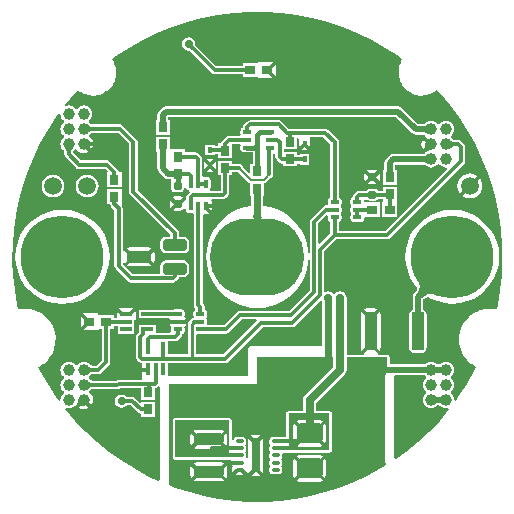
<source format=gbl>
G04*
G04 #@! TF.GenerationSoftware,Altium Limited,Altium Designer,20.1.8 (145)*
G04*
G04 Layer_Physical_Order=2*
G04 Layer_Color=16711680*
%FSTAX43Y43*%
%MOMM*%
G71*
G04*
G04 #@! TF.SameCoordinates,F520C443-D289-43A5-AF8C-D66C243BB58F*
G04*
G04*
G04 #@! TF.FilePolarity,Positive*
G04*
G01*
G75*
%ADD10C,0.250*%
%ADD11C,0.500*%
%ADD15C,0.200*%
%ADD33R,0.800X0.850*%
G04:AMPARAMS|DCode=34|XSize=0.75mm|YSize=0.6mm|CornerRadius=0.15mm|HoleSize=0mm|Usage=FLASHONLY|Rotation=180.000|XOffset=0mm|YOffset=0mm|HoleType=Round|Shape=RoundedRectangle|*
%AMROUNDEDRECTD34*
21,1,0.750,0.300,0,0,180.0*
21,1,0.450,0.600,0,0,180.0*
1,1,0.300,-0.225,0.150*
1,1,0.300,0.225,0.150*
1,1,0.300,0.225,-0.150*
1,1,0.300,-0.225,-0.150*
%
%ADD34ROUNDEDRECTD34*%
G04:AMPARAMS|DCode=38|XSize=0.4mm|YSize=0.75mm|CornerRadius=0.1mm|HoleSize=0mm|Usage=FLASHONLY|Rotation=0.000|XOffset=0mm|YOffset=0mm|HoleType=Round|Shape=RoundedRectangle|*
%AMROUNDEDRECTD38*
21,1,0.400,0.550,0,0,0.0*
21,1,0.200,0.750,0,0,0.0*
1,1,0.200,0.100,-0.275*
1,1,0.200,-0.100,-0.275*
1,1,0.200,-0.100,0.275*
1,1,0.200,0.100,0.275*
%
%ADD38ROUNDEDRECTD38*%
%ADD42C,0.300*%
%ADD43C,0.350*%
%ADD44C,0.400*%
%ADD45C,0.600*%
%ADD46C,1.000*%
%ADD47C,1.500*%
%ADD48O,8.000X6.500*%
%ADD49C,7.000*%
%ADD50C,0.700*%
%ADD51C,0.600*%
%ADD52R,1.000X0.350*%
%ADD53R,0.850X0.800*%
G04:AMPARAMS|DCode=54|XSize=0.65mm|YSize=0.3mm|CornerRadius=0.045mm|HoleSize=0mm|Usage=FLASHONLY|Rotation=180.000|XOffset=0mm|YOffset=0mm|HoleType=Round|Shape=RoundedRectangle|*
%AMROUNDEDRECTD54*
21,1,0.650,0.210,0,0,180.0*
21,1,0.560,0.300,0,0,180.0*
1,1,0.090,-0.280,0.105*
1,1,0.090,0.280,0.105*
1,1,0.090,0.280,-0.105*
1,1,0.090,-0.280,-0.105*
%
%ADD54ROUNDEDRECTD54*%
G04:AMPARAMS|DCode=55|XSize=2.9mm|YSize=0.7mm|CornerRadius=0.105mm|HoleSize=0mm|Usage=FLASHONLY|Rotation=90.000|XOffset=0mm|YOffset=0mm|HoleType=Round|Shape=RoundedRectangle|*
%AMROUNDEDRECTD55*
21,1,2.900,0.490,0,0,90.0*
21,1,2.690,0.700,0,0,90.0*
1,1,0.210,0.245,1.345*
1,1,0.210,0.245,-1.345*
1,1,0.210,-0.245,-1.345*
1,1,0.210,-0.245,1.345*
%
%ADD55ROUNDEDRECTD55*%
G04:AMPARAMS|DCode=56|XSize=0.4mm|YSize=0.75mm|CornerRadius=0.1mm|HoleSize=0mm|Usage=FLASHONLY|Rotation=270.000|XOffset=0mm|YOffset=0mm|HoleType=Round|Shape=RoundedRectangle|*
%AMROUNDEDRECTD56*
21,1,0.400,0.550,0,0,270.0*
21,1,0.200,0.750,0,0,270.0*
1,1,0.200,-0.275,-0.100*
1,1,0.200,-0.275,0.100*
1,1,0.200,0.275,0.100*
1,1,0.200,0.275,-0.100*
%
%ADD56ROUNDEDRECTD56*%
G04:AMPARAMS|DCode=57|XSize=3.3mm|YSize=1.1mm|CornerRadius=0.275mm|HoleSize=0mm|Usage=FLASHONLY|Rotation=270.000|XOffset=0mm|YOffset=0mm|HoleType=Round|Shape=RoundedRectangle|*
%AMROUNDEDRECTD57*
21,1,3.300,0.550,0,0,270.0*
21,1,2.750,1.100,0,0,270.0*
1,1,0.550,-0.275,-1.375*
1,1,0.550,-0.275,1.375*
1,1,0.550,0.275,1.375*
1,1,0.550,0.275,-1.375*
%
%ADD57ROUNDEDRECTD57*%
%ADD58R,0.350X1.000*%
%ADD59R,0.400X0.500*%
G04:AMPARAMS|DCode=60|XSize=2mm|YSize=1mm|CornerRadius=0.25mm|HoleSize=0mm|Usage=FLASHONLY|Rotation=180.000|XOffset=0mm|YOffset=0mm|HoleType=Round|Shape=RoundedRectangle|*
%AMROUNDEDRECTD60*
21,1,2.000,0.500,0,0,180.0*
21,1,1.500,1.000,0,0,180.0*
1,1,0.500,-0.750,0.250*
1,1,0.500,0.750,0.250*
1,1,0.500,0.750,-0.250*
1,1,0.500,-0.750,-0.250*
%
%ADD60ROUNDEDRECTD60*%
G04:AMPARAMS|DCode=61|XSize=2.5mm|YSize=0.95mm|CornerRadius=0.238mm|HoleSize=0mm|Usage=FLASHONLY|Rotation=0.000|XOffset=0mm|YOffset=0mm|HoleType=Round|Shape=RoundedRectangle|*
%AMROUNDEDRECTD61*
21,1,2.500,0.475,0,0,0.0*
21,1,2.025,0.950,0,0,0.0*
1,1,0.475,1.013,-0.238*
1,1,0.475,-1.013,-0.238*
1,1,0.475,-1.013,0.238*
1,1,0.475,1.013,0.238*
%
%ADD61ROUNDEDRECTD61*%
G04:AMPARAMS|DCode=62|XSize=2.25mm|YSize=1.7mm|CornerRadius=0.425mm|HoleSize=0mm|Usage=FLASHONLY|Rotation=180.000|XOffset=0mm|YOffset=0mm|HoleType=Round|Shape=RoundedRectangle|*
%AMROUNDEDRECTD62*
21,1,2.250,0.850,0,0,180.0*
21,1,1.400,1.700,0,0,180.0*
1,1,0.850,-0.700,0.425*
1,1,0.850,0.700,0.425*
1,1,0.850,0.700,-0.425*
1,1,0.850,-0.700,-0.425*
%
%ADD62ROUNDEDRECTD62*%
%ADD63C,0.700*%
G36*
X0107458Y0118208D02*
X0108788Y0118035D01*
X0110104Y0117777D01*
X0111401Y0117434D01*
X0112673Y0117008D01*
X0113914Y0116501D01*
X0115121Y0115914D01*
X0116287Y0115251D01*
X0117407Y0114514D01*
X0117738Y0114264D01*
X0117599Y0114028D01*
X0117591Y0114004D01*
X0117578Y0113982D01*
X0117467Y0113665D01*
X0117463Y011364D01*
X0117455Y0113616D01*
X0117408Y0113283D01*
X0117409Y0113258D01*
X0117406Y0113233D01*
X0117424Y0112897D01*
X011743Y0112873D01*
X0117432Y0112847D01*
X0117515Y0112522D01*
X0117526Y0112499D01*
X0117532Y0112474D01*
X0117677Y0112171D01*
X0117693Y0112151D01*
X0117704Y0112128D01*
X0117905Y0111859D01*
X0117924Y0111842D01*
X0117939Y0111822D01*
X0118189Y0111597D01*
X0118211Y0111584D01*
X011823Y0111567D01*
X0118518Y0111395D01*
X0118542Y0111387D01*
X0118564Y0111374D01*
X0118881Y0111261D01*
X0118906Y0111257D01*
X011893Y0111249D01*
X0119262Y01112D01*
X0119288Y0111202D01*
X0119313Y0111198D01*
X0119648Y0111215D01*
X0119673Y0111221D01*
X0119698Y0111222D01*
X0120024Y0111304D01*
X0120047Y0111315D01*
X0120072Y0111321D01*
X0120375Y0111465D01*
X0120396Y011148D01*
X0120419Y0111491D01*
X0120653Y0111665D01*
X0120919Y0111384D01*
X0121745Y0110401D01*
X0122509Y0109368D01*
X0123207Y010829D01*
X0123837Y0107171D01*
X0124397Y0106015D01*
X0124884Y0104827D01*
X0125296Y010361D01*
X0125633Y0102371D01*
X0125892Y0101113D01*
X0126073Y0099842D01*
X0126176Y0098561D01*
X0126198Y0097277D01*
X0126141Y0095994D01*
X0126005Y0094717D01*
X012579Y0093451D01*
X0125706Y0093091D01*
X0125262Y0093157D01*
X0125237Y0093155D01*
X0125211Y0093159D01*
X0124754Y0093137D01*
X0124729Y0093131D01*
X0124704Y0093129D01*
X012426Y0093018D01*
X0124237Y0093007D01*
X0124212Y0093001D01*
X0123798Y0092805D01*
X0123777Y009279D01*
X0123754Y0092779D01*
X0123387Y0092506D01*
X012337Y0092488D01*
X0123349Y0092472D01*
X0123042Y0092133D01*
X0123029Y0092111D01*
X0123011Y0092092D01*
X0122776Y0091699D01*
X0122768Y0091675D01*
X0122755Y0091653D01*
X0122601Y0091222D01*
X0122597Y0091197D01*
X0122588Y0091173D01*
X0122522Y009072D01*
X0122523Y0090695D01*
X0122519Y0090669D01*
X0122542Y0090212D01*
X0122548Y0090187D01*
X012255Y0090162D01*
X0122661Y0089718D01*
X0122672Y0089695D01*
X0122678Y008967D01*
X0122875Y0089257D01*
X012289Y0089236D01*
X0122901Y0089213D01*
X0123174Y0088846D01*
X0123193Y0088829D01*
X0123208Y0088808D01*
X0123548Y0088501D01*
X012357Y0088488D01*
X0123589Y0088471D01*
X0123981Y0088237D01*
X0123819Y0087902D01*
X0123184Y008678D01*
X0122481Y00857D01*
X0122246Y0085384D01*
X0122125Y0085434D01*
X0122125Y0085434D01*
X0122101Y0085616D01*
X012203Y0085787D01*
X0121918Y0085933D01*
X0121844Y008599D01*
Y0086147D01*
X0121918Y0086204D01*
X012203Y0086351D01*
X0122101Y0086521D01*
X0122125Y0086704D01*
X0122101Y0086886D01*
X012203Y0087057D01*
X0121918Y0087203D01*
X0121844Y008726D01*
Y0087417D01*
X0121918Y0087474D01*
X012203Y0087621D01*
X0122101Y0087791D01*
X0122125Y0087974D01*
X0122101Y0088156D01*
X012203Y0088327D01*
X0121918Y0088473D01*
X0121772Y0088585D01*
X0121601Y0088656D01*
X0121419Y008868D01*
X0121236Y0088656D01*
X0121066Y0088585D01*
X0120919Y0088473D01*
X0120889Y0088433D01*
X0120679D01*
X0120648Y0088473D01*
X0120502Y0088585D01*
X0120331Y0088656D01*
X0120149Y008868D01*
X0119966Y0088656D01*
X0119796Y0088585D01*
X0119649Y0088473D01*
X0119619Y0088433D01*
X0116653D01*
Y0089054D01*
X0116637Y0089132D01*
X0116593Y0089198D01*
X0116527Y0089242D01*
X0116449Y0089258D01*
X0115658D01*
X0115625Y0089365D01*
X0115049Y0089942D01*
X0114473Y0089365D01*
X011444Y0089258D01*
X011301D01*
Y0094054D01*
X0112967Y0094269D01*
X0112846Y0094451D01*
X0112664Y0094572D01*
X0112449Y0094615D01*
X0112234Y0094572D01*
X0112052Y0094451D01*
X0112012Y0094391D01*
X0111885D01*
X0111846Y0094451D01*
X0111664Y0094572D01*
X0111449Y0094615D01*
X0111234Y0094572D01*
X0111218Y0094561D01*
X0111106Y0094621D01*
Y0098006D01*
X0112147Y0099047D01*
X0116449D01*
X0116586Y0099074D01*
X0116701Y0099152D01*
X0122951Y0105402D01*
X0123029Y0105517D01*
X0123056Y0105654D01*
Y0106829D01*
X0123029Y0106966D01*
X0122951Y0107081D01*
X0122701Y0107331D01*
X0122586Y0107409D01*
X0122449Y0107436D01*
X0122158D01*
X0122144Y0107438D01*
X0122119Y0107444D01*
X0122093Y0107452D01*
X0122066Y0107463D01*
X0122039Y0107478D01*
X0122011Y0107495D01*
X0121982Y0107517D01*
X0121952Y0107542D01*
X0121927Y0107567D01*
X0121918Y0107578D01*
X0121844Y0107635D01*
Y0107793D01*
X0121918Y010785D01*
X012203Y0107996D01*
X0122101Y0108166D01*
X0122125Y0108349D01*
X0122101Y0108532D01*
X012203Y0108702D01*
X0121918Y0108848D01*
X0121772Y010896D01*
X0121601Y0109031D01*
X0121419Y0109055D01*
X0121236Y0109031D01*
X0121066Y010896D01*
X0120919Y0108848D01*
X0120862Y0108774D01*
X0120705D01*
X0120648Y0108848D01*
X0120502Y010896D01*
X0120331Y0109031D01*
X0120149Y0109055D01*
X0119966Y0109031D01*
X0119796Y010896D01*
X0119649Y0108848D01*
X0119643Y010884D01*
X011964Y0108838D01*
X0119631Y0108833D01*
X0119616Y0108827D01*
X0119596Y0108821D01*
X011957Y0108815D01*
X0119541Y0108811D01*
X0119508Y0108808D01*
X0119089D01*
X0117725Y0110172D01*
X0117576Y0110272D01*
X01174Y0110307D01*
X0097743D01*
X0097567Y0110272D01*
X0097418Y0110172D01*
X0097125Y0109878D01*
X0097025Y010973D01*
X009699Y0109554D01*
Y0109154D01*
X0096849D01*
Y0107904D01*
X0098049D01*
Y0109154D01*
X0097908D01*
Y0109364D01*
X0097933Y0109389D01*
X011721D01*
X0118575Y0108025D01*
X0118723Y0107925D01*
X0118899Y010789D01*
X0119517D01*
X0119539Y0107888D01*
X011957Y0107883D01*
X0119596Y0107877D01*
X0119616Y0107871D01*
X0119631Y0107865D01*
X011964Y010786D01*
X0119643Y0107858D01*
X0119649Y010785D01*
X0119661Y0107841D01*
Y0107778D01*
X0120255Y0107185D01*
X0120043Y0106973D01*
X0119486Y010753D01*
X011945Y0107482D01*
X0119369Y0107288D01*
X0119342Y0107079D01*
X0119369Y010687D01*
X011945Y0106676D01*
X0119578Y0106508D01*
X0119661Y0106444D01*
Y0106317D01*
X0119649Y0106308D01*
X0119643Y01063D01*
X011964Y0106298D01*
X0119631Y0106293D01*
X0119616Y0106287D01*
X0119596Y0106281D01*
X011957Y0106275D01*
X0119541Y0106271D01*
X0119508Y0106268D01*
X0116967D01*
X0116791Y0106233D01*
X0116642Y0106133D01*
X011635Y0105841D01*
X011625Y0105692D01*
X0116215Y0105516D01*
Y0104904D01*
X0116074D01*
Y0103654D01*
X0117274D01*
Y0104904D01*
X0117133D01*
Y0105326D01*
X0117157Y010535D01*
X0119517D01*
X0119539Y0105348D01*
X011957Y0105343D01*
X0119596Y0105337D01*
X0119616Y0105331D01*
X0119631Y0105325D01*
X011964Y010532D01*
X0119643Y0105318D01*
X0119649Y010531D01*
X0119796Y0105198D01*
X0119966Y0105127D01*
X0120149Y0105103D01*
X0120331Y0105127D01*
X0120502Y0105198D01*
X0120648Y010531D01*
X0120705Y0105384D01*
X0120862D01*
X0120919Y010531D01*
X0121066Y0105198D01*
X0121236Y0105127D01*
X0121419Y0105103D01*
X012147Y010511D01*
X012153Y010499D01*
X0116301Y0099761D01*
X0112356D01*
Y0100514D01*
X0112391Y0100521D01*
X011249Y0100588D01*
X0112557Y0100687D01*
X011258Y0100804D01*
Y0101004D01*
X0112557Y0101121D01*
X0112553Y0101127D01*
X0112495Y0101229D01*
X0112553Y0101331D01*
X0112557Y0101337D01*
X011258Y0101454D01*
Y0101654D01*
X0112557Y0101771D01*
X0112553Y0101777D01*
X0112495Y0101879D01*
X0112553Y0101981D01*
X0112557Y0101987D01*
X011258Y0102104D01*
Y0102304D01*
X0112557Y0102421D01*
X011249Y010252D01*
X0112391Y0102587D01*
X0112356Y0102594D01*
Y0107254D01*
X0112329Y0107391D01*
X0112251Y0107506D01*
X0111451Y0108306D01*
X0111336Y0108384D01*
X0111199Y0108411D01*
X0108147D01*
X0107551Y0109006D01*
X0107436Y0109084D01*
X0107299Y0109111D01*
X0104849D01*
X0104712Y0109084D01*
X0104597Y0109006D01*
X0104347Y0108756D01*
X0104269Y0108641D01*
X0104242Y0108504D01*
Y0108494D01*
X0104207Y0108487D01*
X0104108Y010842D01*
X0104041Y0108321D01*
X0104018Y0108204D01*
Y0108004D01*
X0104031Y0107938D01*
X0103951Y0107811D01*
X0103049D01*
X0102912Y0107784D01*
X0102797Y0107706D01*
X0102447Y0107356D01*
X0102369Y0107241D01*
X0102352Y0107154D01*
X0102099D01*
Y0106961D01*
X0101849D01*
Y0107054D01*
X0101049D01*
Y0106154D01*
X0101849D01*
Y0106247D01*
X0102099D01*
Y0105904D01*
X0103299D01*
Y0107097D01*
X0103951D01*
X0104031Y010697D01*
X0104018Y0106904D01*
Y0106704D01*
X0104041Y0106587D01*
X0104108Y0106488D01*
X0104207Y0106421D01*
X0104324Y0106398D01*
X0104589D01*
X0104599Y0106396D01*
X0105041D01*
Y0105404D01*
X0104849D01*
Y0104728D01*
X0104732Y010468D01*
X0104238Y0105174D01*
X0104229Y0105216D01*
X0104152Y0105331D01*
X0104036Y0105409D01*
X01039Y0105436D01*
X0103299D01*
Y0105704D01*
X0102099D01*
Y0104454D01*
X0102342D01*
Y0103161D01*
X0101488D01*
X0101462Y0103198D01*
X0101432Y0103288D01*
X0101482Y0103362D01*
X0101505Y0103479D01*
Y0104029D01*
X0101482Y0104146D01*
X0101415Y0104245D01*
X0101316Y0104312D01*
X0101199Y0104335D01*
X0100999D01*
X0100933Y0104322D01*
X0100806Y0104402D01*
Y0105804D01*
X0100779Y0105941D01*
X0100701Y0106056D01*
X0100476Y0106281D01*
X0100361Y0106359D01*
X0100224Y0106386D01*
X0099299D01*
Y0106654D01*
X0098099D01*
X0098049Y010676D01*
Y0107704D01*
X0096849D01*
Y0106454D01*
X009699D01*
Y0105054D01*
X0097025Y0104878D01*
X0097125Y010473D01*
X00976Y0104255D01*
X0097748Y0104155D01*
X0097924Y010412D01*
X0098099D01*
Y0103954D01*
X0098099D01*
X0098138Y0103843D01*
X0098142Y0103827D01*
X0098117Y0103704D01*
Y0103404D01*
X0098144Y0103267D01*
X0098222Y0103152D01*
X0098337Y0103074D01*
X0098474Y0103047D01*
X0098924D01*
X0099061Y0103074D01*
X0099176Y0103152D01*
X0099254Y0103267D01*
X0099281Y0103404D01*
X0099408Y0103405D01*
X0099416Y0103362D01*
X0099483Y0103263D01*
X0099582Y0103196D01*
X0099676Y0103178D01*
X0099706Y0103107D01*
X0099712Y0103046D01*
X0099547Y0102881D01*
X0099469Y0102765D01*
X0099442Y0102628D01*
Y0102467D01*
X0099381Y0102448D01*
X009888Y0101948D01*
X0098699Y0102129D01*
X0098624Y0102054D01*
X009873Y0101948D01*
X0098277Y0101495D01*
X0098298Y010148D01*
X0098474Y0101445D01*
X0098924D01*
X00991Y010148D01*
X0099248Y010158D01*
X0099266Y0101606D01*
X0099371Y0101584D01*
X0099395Y010157D01*
X0099416Y0101462D01*
X0099483Y0101363D01*
X0099582Y0101296D01*
X0099699Y0101273D01*
X0099899D01*
X009994Y0101281D01*
X0100067Y0101189D01*
Y0093479D01*
X0100096Y0093333D01*
X0100179Y0093209D01*
X0100195Y0093192D01*
X0100186Y0093056D01*
X0100133Y009302D01*
X0100066Y0092921D01*
X0100043Y0092804D01*
Y0092604D01*
X0100058Y0092529D01*
X0100065Y0092486D01*
X0099978Y0092391D01*
X0099942Y0092384D01*
X0099826Y0092306D01*
X0099753Y0092198D01*
X0099665Y0092109D01*
X0099593Y0092002D01*
X0099568Y0091875D01*
Y0089286D01*
X0097874D01*
Y0090397D01*
X009847D01*
X0098606Y0090424D01*
X0098722Y0090502D01*
X0098976Y0090756D01*
X0099054Y0090872D01*
X0099081Y0091008D01*
Y0091014D01*
X0099116Y0091021D01*
X0099215Y0091088D01*
X0099282Y0091187D01*
X0099305Y0091304D01*
Y0091504D01*
X0099282Y0091621D01*
X0099263Y0091649D01*
X0099287Y0091666D01*
X0099376Y0091798D01*
X0099407Y0091954D01*
Y0092154D01*
X0099376Y009231D01*
X0099287Y0092442D01*
X0099263Y0092459D01*
X0099282Y0092487D01*
X0099305Y0092604D01*
Y0092804D01*
X0099282Y0092921D01*
X0099215Y009302D01*
X0099116Y0093087D01*
X0098999Y009311D01*
X0098449D01*
X0098332Y0093087D01*
X0098293Y0093061D01*
X0096849D01*
Y0093079D01*
X0095449D01*
Y0092329D01*
X0096849D01*
Y0092347D01*
X0097956D01*
X0098054Y009222D01*
X0098041Y0092154D01*
Y0091954D01*
X0098072Y0091798D01*
X0098161Y0091666D01*
X0098185Y0091649D01*
X0098166Y0091621D01*
X0098143Y0091504D01*
Y0091304D01*
X0098156Y0091238D01*
X0098076Y0091111D01*
X0096849D01*
Y0091779D01*
X0095449D01*
Y0091413D01*
X0095442Y0091379D01*
Y0091202D01*
X0095272Y0091032D01*
X0095195Y0090916D01*
X0095168Y009078D01*
Y0089105D01*
X0095195Y0088968D01*
X0095272Y0088852D01*
X0095448Y0088677D01*
X0095564Y0088599D01*
X00957Y0088572D01*
X0095724D01*
Y0087229D01*
X0095625Y0087161D01*
X0093699D01*
X0093562Y0087134D01*
X0093461Y0087066D01*
X0091488D01*
X0091474Y0087068D01*
X0091449Y0087073D01*
X0091423Y0087082D01*
X0091396Y0087093D01*
X0091369Y0087107D01*
X0091341Y0087125D01*
X0091312Y0087147D01*
X0091282Y0087172D01*
X0091257Y0087196D01*
X0091248Y0087208D01*
X0091174Y0087265D01*
Y0087422D01*
X0091248Y0087479D01*
X0091257Y0087491D01*
X0091282Y0087515D01*
X0091312Y0087541D01*
X0091341Y0087562D01*
X0091369Y008758D01*
X0091396Y0087594D01*
X0091423Y0087606D01*
X0091449Y0087614D01*
X0091474Y008762D01*
X0091488Y0087622D01*
X0091999D01*
X0092135Y0087649D01*
X0092251Y0087726D01*
X0092901Y0088377D01*
X0092979Y0088492D01*
X0093006Y0088629D01*
Y0091454D01*
X0093299D01*
Y0091697D01*
X0093649D01*
Y0091029D01*
X0095049D01*
Y0092229D01*
X0095149D01*
Y0092967D01*
X009478Y0092598D01*
X0094568Y009281D01*
X0094937Y0093179D01*
X0093761D01*
X009413Y009281D01*
X0093918Y0092598D01*
X0093549Y0092967D01*
Y0092411D01*
X0093299D01*
Y0092654D01*
X0092076D01*
X0092049Y0092654D01*
X0091949Y0092719D01*
Y0092754D01*
X0090711D01*
X0091305Y009216D01*
X0091199Y0092054D01*
X0091305Y0091948D01*
X0090711Y0091354D01*
X0091949D01*
Y0091389D01*
X0092049Y0091454D01*
X0092076Y0091454D01*
X0092292D01*
Y0088777D01*
X0091851Y0088336D01*
X0091488D01*
X0091474Y0088338D01*
X0091449Y0088343D01*
X0091423Y0088352D01*
X0091396Y0088363D01*
X0091369Y0088377D01*
X0091341Y0088395D01*
X0091312Y0088417D01*
X0091282Y0088442D01*
X0091257Y0088466D01*
X0091248Y0088478D01*
X0091102Y008859D01*
X0090931Y0088661D01*
X0090749Y0088685D01*
X0090566Y0088661D01*
X0090396Y008859D01*
X0090249Y0088478D01*
X0090192Y0088404D01*
X0090035D01*
X0089978Y0088478D01*
X0089832Y008859D01*
X0089661Y0088661D01*
X0089479Y0088685D01*
X0089296Y0088661D01*
X0089126Y008859D01*
X0088979Y0088478D01*
X0088867Y0088332D01*
X0088797Y0088161D01*
X0088773Y0087979D01*
X0088797Y0087796D01*
X0088867Y0087626D01*
X0088979Y0087479D01*
X0089054Y0087422D01*
Y0087265D01*
X0088979Y0087208D01*
X0088867Y0087062D01*
X0088797Y0086891D01*
X0088773Y0086709D01*
X0088797Y0086526D01*
X0088867Y0086356D01*
X0088979Y0086209D01*
X0089054Y0086152D01*
Y0085995D01*
X0088979Y0085938D01*
X0088867Y0085792D01*
X0088797Y0085621D01*
X0088773Y0085439D01*
X0088773Y0085433D01*
X0088652Y0085384D01*
X0088417Y00857D01*
X0087714Y008678D01*
X008708Y0087901D01*
X0086919Y0088231D01*
X0086923Y0088239D01*
X0087315Y0088475D01*
X0087334Y0088492D01*
X0087356Y0088505D01*
X0087694Y0088813D01*
X0087709Y0088833D01*
X0087728Y008885D01*
X0088Y0089218D01*
X0088011Y0089241D01*
X0088027Y0089261D01*
X0088222Y0089675D01*
X0088228Y00897D01*
X0088239Y0089723D01*
X008835Y0090167D01*
X0088351Y0090192D01*
X0088357Y0090217D01*
X0088379Y0090674D01*
X0088375Y0090699D01*
X0088377Y0090725D01*
X0088309Y0091177D01*
X00883Y0091201D01*
X0088297Y0091226D01*
X0088142Y0091657D01*
X0088129Y0091679D01*
X0088121Y0091703D01*
X0087885Y0092095D01*
X0087868Y0092114D01*
X0087855Y0092136D01*
X0087547Y0092474D01*
X0087527Y0092489D01*
X008751Y0092508D01*
X0087142Y0092781D01*
X0087119Y0092791D01*
X0087098Y0092807D01*
X0086685Y0093002D01*
X008666Y0093008D01*
X0086637Y0093019D01*
X0086193Y009313D01*
X0086168Y0093131D01*
X0086143Y0093137D01*
X0085686Y0093159D01*
X0085661Y0093155D01*
X0085635Y0093157D01*
X0085192Y009309D01*
X0085108Y0093451D01*
X0084893Y0094717D01*
X0084757Y0095994D01*
X00847Y0097277D01*
X0084722Y0098562D01*
X0084825Y0099842D01*
X0085006Y0101114D01*
X0085265Y0102371D01*
X0085602Y0103611D01*
X0086014Y0104827D01*
X0086502Y0106016D01*
X0087061Y0107172D01*
X0087692Y0108291D01*
X008839Y0109369D01*
X0088652Y0109723D01*
X0088773Y0109674D01*
X0088773Y0109669D01*
X0088797Y0109486D01*
X0088867Y0109316D01*
X0088979Y0109169D01*
X0089054Y0109112D01*
Y0108955D01*
X0088979Y0108898D01*
X0088867Y0108752D01*
X0088797Y0108581D01*
X0088773Y0108399D01*
X0088797Y0108216D01*
X0088867Y0108046D01*
X0088979Y0107899D01*
X0089054Y0107842D01*
Y0107685D01*
X0088979Y0107628D01*
X0088867Y0107482D01*
X0088797Y0107311D01*
X0088773Y0107129D01*
X0088797Y0106946D01*
X0088867Y0106776D01*
X0088979Y0106629D01*
X0088991Y0106621D01*
X0089015Y0106595D01*
X0089041Y0106565D01*
X0089062Y0106536D01*
X008908Y0106508D01*
X0089094Y0106481D01*
X0089106Y0106455D01*
X0089114Y0106429D01*
X008912Y0106403D01*
X0089122Y0106389D01*
Y0106224D01*
X0089149Y0106088D01*
X0089226Y0105972D01*
X0090097Y0105102D01*
X0090212Y0105024D01*
X0090349Y0104997D01*
X0092601D01*
X0092792Y0104807D01*
X0092749Y0104704D01*
X0092749D01*
Y0103454D01*
X0093949D01*
Y0104704D01*
X0093706D01*
Y0104754D01*
X0093679Y0104891D01*
X0093601Y0105006D01*
X0093001Y0105606D01*
X0092886Y0105684D01*
X0092749Y0105711D01*
X0090497D01*
X0089836Y0106372D01*
Y0106389D01*
X0089837Y0106403D01*
X0089843Y0106429D01*
X0089852Y0106455D01*
X0089863Y0106481D01*
X0089877Y0106508D01*
X0089895Y0106536D01*
X0089917Y0106565D01*
X0089942Y0106595D01*
X0089966Y0106621D01*
X0089978Y0106629D01*
X0089987Y0106642D01*
X0090114D01*
X0090178Y0106558D01*
X0090345Y010643D01*
X009054Y0106349D01*
X0090749Y0106322D01*
X0090958Y0106349D01*
X0091152Y010643D01*
X0091199Y0106466D01*
X0090643Y0107023D01*
X0090855Y0107235D01*
X0091106Y0106984D01*
Y0107479D01*
X0091145Y0107441D01*
X0091185Y0107407D01*
X0091226Y0107377D01*
X0091267Y0107351D01*
X0091309Y0107329D01*
X0091351Y0107311D01*
X0091394Y0107297D01*
X0091437Y0107287D01*
X0091481Y0107281D01*
X0091526Y0107279D01*
Y0106979D01*
X0091481Y0106977D01*
X0091437Y0106971D01*
X0091394Y0106961D01*
X0091351Y0106947D01*
X0091309Y0106929D01*
X0091267Y0106907D01*
X0091226Y0106881D01*
X0091216Y0106873D01*
X0091411Y0106678D01*
X0091448Y0106725D01*
X0091528Y010692D01*
X0091556Y0107129D01*
X0091528Y0107338D01*
X0091448Y0107532D01*
X0091319Y0107699D01*
X0091236Y0107763D01*
Y010789D01*
X0091248Y0107899D01*
X0091257Y0107911D01*
X0091282Y0107935D01*
X0091312Y0107961D01*
X0091341Y0107982D01*
X0091369Y0108D01*
X0091396Y0108014D01*
X0091423Y0108026D01*
X0091449Y0108034D01*
X0091474Y010804D01*
X0091488Y0108042D01*
X0091999D01*
X0092025Y0108047D01*
X0093701D01*
X0094592Y0107156D01*
Y0103079D01*
X0094619Y0102942D01*
X0094697Y0102827D01*
X0098092Y0099431D01*
Y0099263D01*
X0097699D01*
X0097523Y0099228D01*
X0097375Y0099128D01*
X0097275Y009898D01*
X009724Y0098804D01*
Y0098304D01*
X0097275Y0098128D01*
X0097375Y009798D01*
X0097523Y009788D01*
X0097699Y0097845D01*
X0099199D01*
X0099375Y009788D01*
X0099523Y009798D01*
X0099623Y0098128D01*
X0099658Y0098304D01*
Y0098804D01*
X0099623Y009898D01*
X0099523Y0099128D01*
X0099375Y0099228D01*
X0099199Y0099263D01*
X0098806D01*
Y0099579D01*
X0098779Y0099716D01*
X0098701Y0099831D01*
X0095306Y0103227D01*
Y0107304D01*
X0095279Y0107441D01*
X0095201Y0107556D01*
X0094101Y0108656D01*
X0093986Y0108734D01*
X0093849Y0108761D01*
X0092004D01*
X0091978Y0108756D01*
X0091488D01*
X0091474Y0108758D01*
X0091449Y0108763D01*
X0091423Y0108772D01*
X0091396Y0108783D01*
X0091369Y0108797D01*
X0091341Y0108815D01*
X0091312Y0108837D01*
X0091282Y0108862D01*
X0091257Y0108886D01*
X0091248Y0108898D01*
X0091174Y0108955D01*
Y0109112D01*
X0091248Y0109169D01*
X009136Y0109316D01*
X0091431Y0109486D01*
X0091455Y0109669D01*
X0091431Y0109851D01*
X009136Y0110022D01*
X0091248Y0110168D01*
X0091102Y011028D01*
X0090931Y0110351D01*
X0090749Y0110375D01*
X0090566Y0110351D01*
X0090396Y011028D01*
X0090249Y0110168D01*
X0090192Y0110094D01*
X0090035D01*
X0089978Y0110168D01*
X0089832Y011028D01*
X0089661Y0110351D01*
X0089479Y0110375D01*
X0089296Y0110351D01*
X0089266Y0110338D01*
X0089189Y0110444D01*
X008998Y0111385D01*
X0090246Y0111665D01*
X0090466Y0111499D01*
X0090489Y0111488D01*
X0090509Y0111473D01*
X0090813Y0111326D01*
X0090837Y011132D01*
X009086Y0111309D01*
X0091186Y0111224D01*
X0091212Y0111223D01*
X0091237Y0111216D01*
X0091573Y0111197D01*
X0091598Y0111201D01*
X0091624Y0111199D01*
X0091957Y0111246D01*
X0091981Y0111254D01*
X0092007Y0111258D01*
X0092325Y0111369D01*
X0092347Y0111382D01*
X0092371Y011139D01*
X0092661Y0111561D01*
X009268Y0111578D01*
X0092702Y0111591D01*
X0092953Y0111815D01*
X0092969Y0111836D01*
X0092988Y0111853D01*
X0093191Y0112121D01*
X0093202Y0112144D01*
X0093217Y0112165D01*
X0093364Y0112468D01*
X009337Y0112493D01*
X0093381Y0112516D01*
X0093466Y0112842D01*
X0093467Y0112867D01*
X0093473Y0112892D01*
X0093493Y0113228D01*
X0093489Y0113254D01*
X0093491Y0113279D01*
X0093444Y0113613D01*
X0093435Y0113637D01*
X0093432Y0113662D01*
X0093321Y011398D01*
X0093308Y0114002D01*
X00933Y0114026D01*
X009316Y0114264D01*
X0093491Y0114514D01*
X0094611Y0115251D01*
X0095777Y0115914D01*
X0096984Y0116501D01*
X0098225Y0117008D01*
X0099497Y0117434D01*
X0100794Y0117777D01*
X010211Y0118035D01*
X010344Y0118208D01*
X0104778Y0118295D01*
X010612Y0118295D01*
X0107458Y0118208D01*
D02*
G37*
G36*
X0091145Y0108711D02*
X0091185Y0108677D01*
X0091226Y0108647D01*
X0091267Y0108621D01*
X0091309Y0108599D01*
X0091351Y0108581D01*
X0091394Y0108567D01*
X0091437Y0108557D01*
X0091481Y0108551D01*
X0091526Y0108549D01*
Y0108249D01*
X0091481Y0108247D01*
X0091437Y0108241D01*
X0091394Y0108231D01*
X0091351Y0108217D01*
X0091309Y0108199D01*
X0091267Y0108177D01*
X0091226Y0108151D01*
X0091185Y0108121D01*
X0091145Y0108087D01*
X0091106Y0108049D01*
Y0108749D01*
X0091145Y0108711D01*
D02*
G37*
G36*
X0119792Y0107999D02*
X011977Y0108018D01*
X0119745Y0108035D01*
X0119717Y010805D01*
X0119684Y0108063D01*
X0119649Y0108074D01*
X0119609Y0108083D01*
X0119566Y010809D01*
X011952Y0108095D01*
X0119416Y0108099D01*
Y0108599D01*
X0119469Y01086D01*
X0119566Y0108608D01*
X0119609Y0108615D01*
X0119649Y0108624D01*
X0119684Y0108635D01*
X0119717Y0108648D01*
X0119745Y0108663D01*
X011977Y010868D01*
X0119792Y0108699D01*
Y0107999D01*
D02*
G37*
G36*
X0111642Y0107106D02*
Y0102594D01*
X0111607Y0102587D01*
X0111508Y010252D01*
X0111441Y0102421D01*
X0111418Y0102304D01*
Y0102104D01*
X0111431Y0102038D01*
X0111351Y0101911D01*
X011127D01*
X0111134Y0101884D01*
X0111018Y0101806D01*
X0109997Y0100785D01*
X0109919Y0100669D01*
X0109892Y0100533D01*
Y0097866D01*
X0109765Y0097861D01*
X0109748Y009812D01*
X0109638Y0098676D01*
X0109455Y0099213D01*
X0109204Y0099722D01*
X0108889Y0100194D01*
X0108515Y010062D01*
X0108089Y0100994D01*
X0107617Y0101309D01*
X0107108Y010156D01*
X0106571Y0101743D01*
X0106015Y0101853D01*
X0105959Y0101857D01*
Y0102704D01*
X0106049D01*
Y0103763D01*
X010609Y0103771D01*
X010619Y0103838D01*
X0106365Y0104013D01*
X0106365Y0104013D01*
X0106414Y0104087D01*
X0106544Y0104216D01*
X0106586Y0104224D01*
X0106701Y0104302D01*
X0106779Y0104417D01*
X0106806Y0104554D01*
Y0106282D01*
X010684Y0106301D01*
X0106967Y0106226D01*
Y0106034D01*
X0106996Y0105888D01*
X0107079Y0105764D01*
X0107284Y0105559D01*
X0107408Y0105476D01*
X0107554Y0105447D01*
X0107599D01*
Y0105204D01*
X0108799D01*
Y0105422D01*
X0109049D01*
Y0105354D01*
X0109849D01*
Y0106254D01*
X0109049D01*
Y0106186D01*
X0108799D01*
Y0106454D01*
X0107731D01*
Y0106654D01*
X0108799D01*
Y0107577D01*
X0108822Y0107592D01*
X0108857Y0107586D01*
X0108949Y0107525D01*
Y0106766D01*
X0109343Y010716D01*
X0109449Y0107054D01*
X0109555Y010716D01*
X0109949Y0106766D01*
X0109949Y0107654D01*
X0110058Y0107697D01*
X0111051D01*
X0111642Y0107106D01*
D02*
G37*
G36*
X0121815Y0107391D02*
X0121855Y0107357D01*
X0121896Y0107327D01*
X0121937Y0107301D01*
X0121979Y0107279D01*
X0122021Y0107261D01*
X0122064Y0107247D01*
X0122107Y0107237D01*
X0122151Y0107231D01*
X0122196Y0107229D01*
Y0106929D01*
X0122151Y0106927D01*
X0122107Y0106921D01*
X0122064Y0106911D01*
X0122021Y0106897D01*
X0121979Y0106879D01*
X0121937Y0106857D01*
X0121896Y0106831D01*
X0121855Y0106801D01*
X0121815Y0106767D01*
X0121776Y0106729D01*
Y0107429D01*
X0121815Y0107391D01*
D02*
G37*
G36*
X012015Y0106579D02*
X0120095Y0106577D01*
X0120043Y0106572D01*
X0119993Y0106564D01*
X0119945Y0106553D01*
X01199Y0106539D01*
X0119857Y0106522D01*
X0119817Y0106501D01*
X0119779Y0106477D01*
X0119744Y010645D01*
X0119711Y010642D01*
X0119496Y010663D01*
X0119526Y0106663D01*
X0119553Y0106698D01*
X0119577Y0106736D01*
X0119597Y0106776D01*
X0119614Y0106819D01*
X0119627Y0106864D01*
X0119638Y0106911D01*
X0119645Y0106961D01*
X0119648Y0107013D01*
X0119649Y0107068D01*
X012015Y0106579D01*
D02*
G37*
G36*
X0089791Y0106732D02*
X0089757Y0106692D01*
X0089727Y0106652D01*
X0089701Y010661D01*
X0089679Y0106569D01*
X0089661Y0106526D01*
X0089647Y0106484D01*
X0089637Y010644D01*
X0089631Y0106396D01*
X0089629Y0106352D01*
X0089329D01*
X0089327Y0106396D01*
X0089321Y010644D01*
X0089311Y0106484D01*
X0089297Y0106526D01*
X0089279Y0106569D01*
X0089257Y010661D01*
X0089231Y0106652D01*
X0089201Y0106692D01*
X0089167Y0106732D01*
X0089129Y0106772D01*
X0089829D01*
X0089791Y0106732D01*
D02*
G37*
G36*
X0119792Y0105459D02*
X011977Y0105478D01*
X0119745Y0105495D01*
X0119717Y010551D01*
X0119684Y0105523D01*
X0119649Y0105534D01*
X0119609Y0105543D01*
X0119566Y010555D01*
X011952Y0105555D01*
X0119416Y0105559D01*
Y0106059D01*
X0119469Y010606D01*
X0119566Y0106068D01*
X0119609Y0106075D01*
X0119649Y0106084D01*
X0119684Y0106095D01*
X0119717Y0106108D01*
X0119745Y0106123D01*
X011977Y010614D01*
X0119792Y0106159D01*
Y0105459D01*
D02*
G37*
G36*
X0104708Y0103838D02*
X0104808Y0103771D01*
X0104849Y0103763D01*
Y0102704D01*
X0104939D01*
Y0101857D01*
X0104883Y0101853D01*
X0104327Y0101743D01*
X010379Y010156D01*
X0103281Y0101309D01*
X0102809Y0100994D01*
X0102383Y010062D01*
X0102009Y0100194D01*
X0101694Y0099722D01*
X0101443Y0099213D01*
X010126Y0098676D01*
X010115Y009812D01*
X0101113Y0097554D01*
X010115Y0096988D01*
X010126Y0096432D01*
X0101443Y0095895D01*
X0101694Y0095386D01*
X0102009Y0094914D01*
X0102383Y0094488D01*
X0102809Y0094114D01*
X0103281Y0093799D01*
X010379Y0093548D01*
X0104327Y0093365D01*
X0104883Y0093255D01*
X0105449Y0093218D01*
X0106015Y0093255D01*
X0106571Y0093365D01*
X0107108Y0093548D01*
X0107617Y0093799D01*
X0108089Y0094114D01*
X0108515Y0094488D01*
X0108889Y0094914D01*
X0109204Y0095386D01*
X0109455Y0095895D01*
X0109638Y0096432D01*
X0109748Y0096988D01*
X0109765Y0097247D01*
X0109892Y0097242D01*
Y0094687D01*
X0108166Y0092961D01*
X0103999D01*
X0103862Y0092934D01*
X0103747Y0092856D01*
X0102651Y0091761D01*
X0101272D01*
X0101192Y0091888D01*
X0101205Y0091954D01*
Y0092154D01*
X0101182Y0092271D01*
X0101178Y0092277D01*
X010112Y0092379D01*
X0101178Y0092481D01*
X0101182Y0092487D01*
X0101205Y0092604D01*
Y0092804D01*
X0101182Y0092921D01*
X0101115Y009302D01*
X0101016Y0093087D01*
X0100981Y0093093D01*
Y0093329D01*
X0100952Y0093475D01*
X0100869Y0093599D01*
X0100831Y0093637D01*
Y0101075D01*
X0100958Y0101179D01*
X0100999Y0101171D01*
X0101199D01*
X0101355Y0101202D01*
X010136Y0101206D01*
X0100993Y0101573D01*
X0101205Y0101785D01*
X0101572Y0101418D01*
X0101576Y0101423D01*
X0101607Y0101579D01*
Y0102129D01*
X0101576Y0102285D01*
X0101552Y010232D01*
X010162Y0102447D01*
X0102523D01*
X010266Y0102474D01*
X0102776Y0102552D01*
X0102951Y0102727D01*
X0103029Y0102843D01*
X0103056Y010298D01*
Y0104454D01*
X0103299D01*
Y0104722D01*
X0103824D01*
X0104708Y0103838D01*
D02*
G37*
G36*
X0105752Y010129D02*
X0105761Y0101188D01*
X0105776Y0101097D01*
X0105797Y0101019D01*
X0105824Y0100953D01*
X0105857Y0100898D01*
X0105896Y0100856D01*
X0105941Y0100826D01*
X0105992Y0100808D01*
X0106049Y0100802D01*
X0104849D01*
X0104906Y0100808D01*
X0104957Y0100826D01*
X0105002Y0100856D01*
X0105041Y0100898D01*
X0105074Y0100953D01*
X0105101Y0101019D01*
X0105122Y0101097D01*
X0105137Y0101188D01*
X0105146Y010129D01*
X0105149Y0101405D01*
X0105749D01*
X0105752Y010129D01*
D02*
G37*
G36*
X0111421Y0101021D02*
X0111418Y0101004D01*
Y0100804D01*
X0111441Y0100687D01*
X0111508Y0100588D01*
X0111607Y0100521D01*
X0111642Y0100514D01*
Y0099552D01*
X0110723Y0098633D01*
X0110606Y0098681D01*
Y0100385D01*
X0111304Y0101083D01*
X0111421Y0101021D01*
D02*
G37*
G36*
X010541Y009212D02*
X0102576Y0089286D01*
X010023D01*
Y0090892D01*
X0100349Y0090998D01*
X0100899D01*
X0101016Y0091021D01*
X0101055Y0091047D01*
X0102799D01*
X0102936Y0091074D01*
X0103051Y0091152D01*
X0104147Y0092247D01*
X0105358D01*
X010541Y009212D01*
D02*
G37*
G36*
X0091145Y0088291D02*
X0091185Y0088257D01*
X0091226Y0088227D01*
X0091267Y0088201D01*
X0091309Y0088179D01*
X0091351Y0088161D01*
X0091394Y0088147D01*
X0091437Y0088137D01*
X0091481Y0088131D01*
X0091526Y0088129D01*
Y0087829D01*
X0091481Y0087827D01*
X0091437Y0087821D01*
X0091394Y0087811D01*
X0091351Y0087797D01*
X0091309Y0087779D01*
X0091267Y0087757D01*
X0091226Y0087731D01*
X0091185Y0087701D01*
X0091145Y0087667D01*
X0091106Y0087629D01*
Y0088329D01*
X0091145Y0088291D01*
D02*
G37*
G36*
X011092Y009385D02*
X0110935Y0093834D01*
X0110939Y0093827D01*
Y0089958D01*
X0104849D01*
X0104771Y0089942D01*
X0104705Y0089898D01*
X0104661Y0089832D01*
X0104645Y0089754D01*
Y0089554D01*
Y0087458D01*
X0097874D01*
Y0088572D01*
X0102724D01*
X0102861Y0088599D01*
X0102976Y0088677D01*
X0105922Y0091622D01*
X0108396D01*
X0108533Y0091649D01*
X0108648Y0091727D01*
X0110799Y0093878D01*
X011092Y009385D01*
D02*
G37*
G36*
X0091145Y0087021D02*
X0091185Y0086987D01*
X0091226Y0086957D01*
X0091267Y0086931D01*
X0091309Y0086909D01*
X0091351Y0086891D01*
X0091394Y0086877D01*
X0091437Y0086867D01*
X0091481Y0086861D01*
X0091526Y0086859D01*
Y0086559D01*
X0091481Y0086557D01*
X0091437Y0086551D01*
X0091394Y0086541D01*
X0091351Y0086527D01*
X0091309Y0086509D01*
X0091267Y0086487D01*
X0091226Y0086461D01*
X0091185Y0086431D01*
X0091145Y0086397D01*
X0091106Y0086359D01*
Y0087059D01*
X0091145Y0087021D01*
D02*
G37*
G36*
X0121061Y0085084D02*
X012104Y0085103D01*
X0121015Y008512D01*
X0120986Y0085135D01*
X0120954Y0085148D01*
X0120918Y0085159D01*
X0120879Y0085168D01*
X0120836Y0085175D01*
X0120791Y008518D01*
X0120731Y0085175D01*
X0120688Y0085168D01*
X0120649Y0085159D01*
X0120613Y0085148D01*
X0120581Y0085135D01*
X0120552Y008512D01*
X0120527Y0085103D01*
X0120506Y0085084D01*
X0120506Y0085784D01*
X0120527Y0085765D01*
X0120552Y0085748D01*
X0120581Y0085733D01*
X0120613Y008572D01*
X0120649Y0085709D01*
X0120688Y00857D01*
X0120731Y0085693D01*
X0120777Y0085688D01*
X0120836Y0085693D01*
X0120879Y00857D01*
X0120919Y0085709D01*
X0120955Y008572D01*
X0120987Y0085733D01*
X0121015Y0085748D01*
X012104Y0085765D01*
X0121062Y0085784D01*
X0121061Y0085084D01*
D02*
G37*
G36*
X009717Y0086519D02*
Y0078648D01*
X0097063Y007858D01*
X0096128Y0079014D01*
X0094995Y0079628D01*
X0093903Y0080312D01*
X0092855Y0081062D01*
X0091855Y0081875D01*
X0090908Y0082749D01*
X0090017Y0083681D01*
X0089186Y0084665D01*
X0089267Y0084769D01*
X0089296Y0084757D01*
X0089479Y0084733D01*
X0089661Y0084757D01*
X0089832Y0084827D01*
X0089978Y0084939D01*
X0089987Y0084952D01*
X0090114D01*
X0090178Y0084868D01*
X0090345Y008474D01*
X009054Y0084659D01*
X0090749Y0084632D01*
X0090958Y0084659D01*
X0091152Y008474D01*
X0091199Y0084776D01*
X0090643Y0085333D01*
X0090855Y0085545D01*
X0091411Y0084988D01*
X0091448Y0085035D01*
X0091528Y008523D01*
X0091556Y0085439D01*
X0091528Y0085648D01*
X0091448Y0085842D01*
X0091319Y0086009D01*
X0091236Y0086073D01*
Y00862D01*
X0091248Y0086209D01*
X0091257Y0086221D01*
X0091282Y0086245D01*
X0091312Y0086271D01*
X0091341Y0086292D01*
X0091369Y008631D01*
X0091396Y0086324D01*
X0091423Y0086336D01*
X0091449Y0086344D01*
X0091474Y008635D01*
X0091488Y0086352D01*
X0093604D01*
X009374Y0086379D01*
X0093842Y0086447D01*
X0095624D01*
Y0085454D01*
X0096824D01*
Y0086458D01*
X0096908Y0086474D01*
X0097023Y0086552D01*
X0097043Y0086571D01*
X009717Y0086519D01*
D02*
G37*
G36*
X0090744Y0084939D02*
X0090689Y0084938D01*
X0090637Y0084933D01*
X0090587Y0084926D01*
X0090539Y0084915D01*
X0090494Y0084901D01*
X0090451Y0084884D01*
X0090411Y0084864D01*
X0090374Y008484D01*
X0090338Y0084813D01*
X0090305Y0084783D01*
X0090093Y0084995D01*
X0090123Y0085028D01*
X009015Y0085064D01*
X0090174Y0085101D01*
X0090194Y0085142D01*
X0090211Y0085184D01*
X0090225Y0085229D01*
X0090236Y0085277D01*
X0090243Y0085327D01*
X0090248Y0085379D01*
X0090249Y0085434D01*
X0090744Y0084939D01*
D02*
G37*
G36*
X0111549Y0081179D02*
X0108099D01*
Y0084304D01*
X0111549D01*
Y0081179D01*
D02*
G37*
G36*
X0119649Y0087474D02*
X0119724Y0087417D01*
Y008726D01*
X0119649Y0087203D01*
X0119537Y0087057D01*
X0119467Y0086886D01*
X0119443Y0086704D01*
X0119467Y0086521D01*
X0119537Y0086351D01*
X0119649Y0086204D01*
X0119724Y0086147D01*
Y008599D01*
X0119649Y0085933D01*
X0119537Y0085787D01*
X0119467Y0085616D01*
X0119443Y0085434D01*
X0119467Y0085251D01*
X0119537Y0085081D01*
X0119649Y0084934D01*
X0119796Y0084822D01*
X0119966Y0084752D01*
X0120149Y0084728D01*
X0120331Y0084752D01*
X0120502Y0084822D01*
X0120648Y0084934D01*
X0120654Y0084943D01*
X0120657Y0084945D01*
X0120667Y008495D01*
X0120681Y0084956D01*
X0120702Y0084962D01*
X0120727Y0084968D01*
X0120756Y0084972D01*
X0120788Y0084975D01*
X0120809Y0084973D01*
X012084Y0084968D01*
X0120866Y0084962D01*
X0120886Y0084956D01*
X0120901Y008495D01*
X012091Y0084945D01*
X0120913Y0084943D01*
X0120919Y0084934D01*
X0121066Y0084822D01*
X0121236Y0084752D01*
X0121419Y0084728D01*
X0121601Y0084752D01*
X0121626Y0084762D01*
X0121713Y0084666D01*
X0120881Y0083681D01*
X011999Y008275D01*
X0119043Y0081876D01*
X0118044Y0081062D01*
X0117166Y0080434D01*
X0117053Y0080492D01*
Y0085854D01*
Y0087488D01*
X0117076Y0087515D01*
X0119618D01*
X0119649Y0087474D01*
D02*
G37*
G36*
X0116449Y0087691D02*
X0116371Y0087676D01*
X0116305Y0087632D01*
X0116261Y0087566D01*
X0116245Y0087488D01*
Y0085878D01*
X011624Y0085854D01*
Y0080229D01*
X0116256Y0080151D01*
X01163Y0080085D01*
X0116345Y0080055D01*
X0116361Y0079966D01*
X0116357Y0079913D01*
X0115903Y0079629D01*
X011477Y0079014D01*
X0113602Y0078472D01*
X0112401Y0078002D01*
X0111174Y0077608D01*
X0109925Y0077291D01*
X0108659Y0077053D01*
X010738Y0076893D01*
X0106094Y0076813D01*
X0104805Y0076813D01*
X0103519Y0076893D01*
X010224Y0077053D01*
X0100974Y0077291D01*
X0099724Y0077608D01*
X0098497Y0078002D01*
X0097949Y0078216D01*
Y0078356D01*
X0097962Y0078376D01*
X0097978Y0078454D01*
Y008675D01*
X0105249D01*
X0105327Y0086766D01*
X0105393Y008681D01*
X0105437Y0086876D01*
X0105453Y0086954D01*
Y0087254D01*
Y0089054D01*
X0111888D01*
Y0088229D01*
X0109477Y0085819D01*
X0109356Y0085637D01*
X0109313Y0085422D01*
Y0084508D01*
X0108099D01*
X0108021Y0084492D01*
X0107955Y0084448D01*
X0107911Y0084382D01*
X0107895Y0084304D01*
Y0082286D01*
X0106999D01*
X0106989Y0082284D01*
X0106719D01*
X0106623Y0082265D01*
X0106542Y0082211D01*
X0106488Y008213D01*
X0106469Y0082034D01*
Y0081824D01*
X0106488Y0081728D01*
X0106489Y0081728D01*
X0106534Y0081629D01*
X0106489Y008153D01*
X0106488Y008153D01*
X0106469Y0081434D01*
Y0081224D01*
X0106488Y0081128D01*
X0106542Y0081047D01*
Y0081011D01*
X0106488Y008093D01*
X0106469Y0080834D01*
Y0080624D01*
X0106488Y0080528D01*
X0106489Y0080528D01*
X0106534Y0080429D01*
X0106489Y008033D01*
X0106488Y008033D01*
X0106469Y0080234D01*
Y0080024D01*
X0106488Y0079928D01*
X0106542Y0079847D01*
Y0079811D01*
X0106488Y007973D01*
X0106469Y0079634D01*
Y0079424D01*
X0106488Y0079328D01*
X0106542Y0079247D01*
X0106623Y0079193D01*
X0106719Y0079174D01*
X0107279D01*
X0107375Y0079193D01*
X0107456Y0079247D01*
X010751Y0079328D01*
X0107529Y0079424D01*
Y0079634D01*
X010751Y007973D01*
X0107456Y0079811D01*
Y0079847D01*
X010751Y0079928D01*
X0107529Y0080024D01*
Y0080234D01*
X010751Y008033D01*
X0107509Y008033D01*
X0107464Y0080429D01*
X0107509Y0080528D01*
X010751Y0080528D01*
X0107529Y0080624D01*
Y0080834D01*
X0107527Y0080845D01*
X0107622Y0080972D01*
X0108599D01*
X0108614Y0080975D01*
X0111549D01*
X0111627Y0080991D01*
X0111693Y0081035D01*
X0111737Y0081101D01*
X0111753Y0081179D01*
Y0084304D01*
X0111737Y0084382D01*
X0111693Y0084448D01*
X0111627Y0084492D01*
X0111549Y0084508D01*
X0110435D01*
Y008519D01*
X0112846Y0087601D01*
X0112967Y0087783D01*
X011301Y0087997D01*
Y0089054D01*
X0116449D01*
Y0087691D01*
D02*
G37*
%LPC*%
G36*
X0106999Y0113867D02*
X0106511Y0113379D01*
X0106999Y0112891D01*
Y0113867D01*
D02*
G37*
G36*
X0099624Y011614D02*
X0099409Y0116097D01*
X0099227Y0115976D01*
X0099106Y0115794D01*
X0099063Y0115579D01*
X0099106Y0115364D01*
X0099227Y0115182D01*
X0099409Y0115061D01*
X0099624Y0115018D01*
X0099647Y0115023D01*
X0099651Y0115022D01*
X009966Y0115019D01*
X009967Y0115014D01*
X0099682Y0115008D01*
X0099696Y0114999D01*
X0099709Y0114989D01*
X0101572Y0113127D01*
X0101687Y0113049D01*
X0101824Y0113022D01*
X0104199D01*
Y0112779D01*
X0105422D01*
X0105449Y0112779D01*
X0105549Y0112714D01*
Y0112679D01*
X0106787D01*
X0106193Y0113273D01*
X0106299Y0113379D01*
X0106193Y0113485D01*
X0106787Y0114079D01*
X0105549D01*
Y0114044D01*
X0105449Y0113979D01*
X0105422Y0113979D01*
X0104199D01*
Y0113736D01*
X0101972D01*
X0100214Y0115494D01*
X0100204Y0115507D01*
X0100195Y0115521D01*
X0100189Y0115533D01*
X0100184Y0115543D01*
X0100181Y0115552D01*
X010018Y0115556D01*
X0100185Y0115579D01*
X0100142Y0115794D01*
X0100021Y0115976D01*
X0099839Y0116097D01*
X0099624Y011614D01*
D02*
G37*
G36*
X0101737Y0105854D02*
X0101161D01*
X0101449Y0105566D01*
X0101737Y0105854D01*
D02*
G37*
G36*
X0101449Y0105354D02*
X0101399Y0105304D01*
X0101449Y0105254D01*
X0101499Y0105304D01*
X0101449Y0105354D01*
D02*
G37*
G36*
X0101949Y0105642D02*
X0101611Y0105304D01*
X0101949Y0104966D01*
Y0105642D01*
D02*
G37*
G36*
X0100949Y0105642D02*
Y0104966D01*
X0101287Y0105304D01*
X0100949Y0105642D01*
D02*
G37*
G36*
X0101449Y0105042D02*
X0101161Y0104754D01*
X0101737D01*
X0101449Y0105042D01*
D02*
G37*
G36*
X0115399Y0104913D02*
X0114949D01*
X0114773Y0104878D01*
X0114752Y0104863D01*
X0115174Y0104441D01*
X0115596Y0104863D01*
X0115575Y0104878D01*
X0115399Y0104913D01*
D02*
G37*
G36*
X0115174Y0104379D02*
X0115099Y0104304D01*
X0115174Y0104229D01*
X0115249Y0104304D01*
X0115174Y0104379D01*
D02*
G37*
G36*
X0115808Y0104651D02*
X0115461Y0104304D01*
X0115808Y0103957D01*
X0115823Y0103978D01*
X0115858Y0104154D01*
Y0104454D01*
X0115823Y010463D01*
X0115808Y0104651D01*
D02*
G37*
G36*
X011454D02*
X0114525Y010463D01*
X011449Y0104454D01*
Y0104154D01*
X0114525Y0103978D01*
X011454Y0103957D01*
X0114887Y0104304D01*
X011454Y0104651D01*
D02*
G37*
G36*
X0115174Y0104167D02*
X0114752Y0103745D01*
X0114773Y010373D01*
X0114949Y0103695D01*
X0115399D01*
X0115575Y010373D01*
X0115596Y0103745D01*
X0115174Y0104167D01*
D02*
G37*
G36*
X0117274Y0103454D02*
X0116074D01*
Y0103161D01*
X0115682D01*
X0115651Y0103206D01*
X0115536Y0103284D01*
X0115399Y0103311D01*
X0114949D01*
X0114812Y0103284D01*
X0114697Y0103206D01*
X0114666Y0103161D01*
X0114075D01*
X0113938Y0103134D01*
X0113822Y0103056D01*
X0113647Y0102881D01*
X0113569Y0102765D01*
X0113542Y0102628D01*
Y0102594D01*
X0113507Y0102587D01*
X0113408Y010252D01*
X0113341Y0102421D01*
X0113318Y0102304D01*
Y0102104D01*
X0113341Y0101987D01*
X0113345Y0101981D01*
X0113403Y0101879D01*
X0113345Y0101777D01*
X0113341Y0101771D01*
X0113318Y0101654D01*
Y0101454D01*
X0113341Y0101337D01*
X0113345Y0101331D01*
X0113403Y0101229D01*
X0113345Y0101127D01*
X0113341Y0101121D01*
X0113318Y0101004D01*
Y0100804D01*
X0113341Y0100687D01*
X0113408Y0100588D01*
X0113507Y0100521D01*
X0113624Y0100498D01*
X0114174D01*
X0114291Y0100521D01*
X011439Y0100588D01*
X0114457Y0100687D01*
X011448Y0100804D01*
Y0100875D01*
X0114574Y0100954D01*
X0115824D01*
Y0102154D01*
X0114574D01*
X011448Y0102233D01*
Y0102304D01*
X0114477Y010232D01*
X0114555Y0102414D01*
X0114691Y0102409D01*
X0114697Y0102402D01*
X0114812Y0102324D01*
X0114949Y0102297D01*
X0115399D01*
X0115536Y0102324D01*
X0115651Y0102402D01*
X0115682Y0102447D01*
X0116074D01*
Y010226D01*
X0116024Y0102154D01*
X0116024D01*
X0116024Y0102154D01*
Y0100954D01*
X0117274D01*
Y0102154D01*
X0117274D01*
Y0102204D01*
X0117274D01*
Y0103454D01*
D02*
G37*
G36*
X0123449Y0104613D02*
X0123175Y0104577D01*
X0122919Y0104471D01*
X01227Y0104303D01*
X0122532Y0104084D01*
X0122426Y0103828D01*
X012239Y0103554D01*
X0122426Y010328D01*
X0122532Y0103024D01*
X0122608Y0102925D01*
X0123343Y010366D01*
X0124078Y0104395D01*
X0123979Y0104471D01*
X0123723Y0104577D01*
X0123449Y0104613D01*
D02*
G37*
G36*
X0091049Y0104512D02*
X0090801Y010448D01*
X009057Y0104384D01*
X0090371Y0104232D01*
X0090219Y0104033D01*
X0090123Y0103802D01*
X0090091Y0103554D01*
X0090123Y0103306D01*
X0090219Y0103075D01*
X0090371Y0102876D01*
X009057Y0102724D01*
X0090801Y0102628D01*
X0091049Y0102596D01*
X0091297Y0102628D01*
X0091528Y0102724D01*
X0091727Y0102876D01*
X0091879Y0103075D01*
X0091975Y0103306D01*
X0092007Y0103554D01*
X0091975Y0103802D01*
X0091879Y0104033D01*
X0091727Y0104232D01*
X0091528Y0104384D01*
X0091297Y010448D01*
X0091049Y0104512D01*
D02*
G37*
G36*
X0088149D02*
X0087901Y010448D01*
X008767Y0104384D01*
X0087471Y0104232D01*
X0087319Y0104033D01*
X0087223Y0103802D01*
X0087191Y0103554D01*
X0087223Y0103306D01*
X0087319Y0103075D01*
X0087471Y0102876D01*
X008767Y0102724D01*
X0087901Y0102628D01*
X0088149Y0102596D01*
X0088397Y0102628D01*
X0088628Y0102724D01*
X0088827Y0102876D01*
X0088979Y0103075D01*
X0089075Y0103306D01*
X0089107Y0103554D01*
X0089075Y0103802D01*
X0088979Y0104033D01*
X0088827Y0104232D01*
X0088628Y0104384D01*
X0088397Y010448D01*
X0088149Y0104512D01*
D02*
G37*
G36*
X012429Y0104183D02*
X0123555Y0103448D01*
X012282Y0102713D01*
X0122919Y0102637D01*
X0123175Y0102531D01*
X0123449Y0102495D01*
X0123723Y0102531D01*
X0123979Y0102637D01*
X0124198Y0102805D01*
X0124366Y0103024D01*
X0124472Y010328D01*
X0124508Y0103554D01*
X0124472Y0103828D01*
X0124366Y0104084D01*
X012429Y0104183D01*
D02*
G37*
G36*
X0098924Y0102663D02*
X0098474D01*
X0098298Y0102628D01*
X0098277Y0102613D01*
X0098699Y0102191D01*
X0099121Y0102613D01*
X00991Y0102628D01*
X0098924Y0102663D01*
D02*
G37*
G36*
X0098065Y0102401D02*
X009805Y010238D01*
X0098015Y0102204D01*
Y0101904D01*
X009805Y0101728D01*
X0098065Y0101707D01*
X0098412Y0102054D01*
X0098065Y0102401D01*
D02*
G37*
G36*
X009668Y0098073D02*
X0096161Y0097554D01*
X009668Y0097035D01*
X0096717Y0097089D01*
X009676Y0097304D01*
Y0097804D01*
X0096717Y0098019D01*
X009668Y0098073D01*
D02*
G37*
G36*
X0096199Y0098365D02*
X0094699D01*
X0094484Y0098322D01*
X009443Y0098285D01*
X0095055Y009766D01*
X0094949Y0097554D01*
X0095055Y0097448D01*
X009443Y0096823D01*
X0094484Y0096786D01*
X0094699Y0096743D01*
X0096199D01*
X0096414Y0096786D01*
X0096468Y0096823D01*
X0095843Y0097448D01*
X0095949Y0097554D01*
X0095843Y009766D01*
X0096468Y0098285D01*
X0096414Y0098322D01*
X0096199Y0098365D01*
D02*
G37*
G36*
X0093949Y0103254D02*
X0092749D01*
Y0102004D01*
X0092992D01*
X0093019Y0101867D01*
X0093097Y0101752D01*
X0093342Y0101506D01*
Y0096783D01*
X0093369Y0096647D01*
X0093447Y0096531D01*
X0094502Y0095476D01*
X0094617Y0095399D01*
X0094754Y0095371D01*
X0098273D01*
X009841Y0095399D01*
X0098526Y0095476D01*
X0098701Y0095652D01*
X0098779Y0095767D01*
X0098794Y0095845D01*
X0099199D01*
X0099375Y009588D01*
X0099523Y009598D01*
X0099623Y0096128D01*
X0099658Y0096304D01*
Y0096804D01*
X0099623Y009698D01*
X0099523Y0097128D01*
X0099375Y0097228D01*
X0099199Y0097263D01*
X0097699D01*
X0097523Y0097228D01*
X0097375Y0097128D01*
X0097275Y009698D01*
X009724Y0096804D01*
Y0096304D01*
X0097258Y0096212D01*
X0097163Y0096085D01*
X0094902D01*
X0094056Y0096931D01*
Y0097067D01*
X0094181Y0097089D01*
X0094217Y0097035D01*
X0094737Y0097554D01*
X0094217Y0098073D01*
X0094181Y0098019D01*
X0094056Y0098041D01*
Y0101654D01*
X0094029Y0101791D01*
X0093966Y0101884D01*
X0093949Y0102004D01*
X0093949Y0102004D01*
X0093949Y0102004D01*
Y0103254D01*
D02*
G37*
G36*
X0121949Y0101533D02*
X0121327Y0101484D01*
X0120719Y0101339D01*
X0120142Y01011D01*
X011961Y0100773D01*
X0119135Y0100368D01*
X011873Y0099893D01*
X0118403Y0099361D01*
X0118164Y0098784D01*
X0118019Y0098176D01*
X011797Y0097554D01*
X0118019Y0096932D01*
X0118164Y0096324D01*
X0118403Y0095747D01*
X011873Y0095215D01*
X011898Y0094922D01*
X0118974Y0094882D01*
X0118941Y0094781D01*
X011889Y009468D01*
X0118819Y0094578D01*
X0118783Y0094537D01*
X0118725Y0094478D01*
X0118625Y009433D01*
X011859Y0094154D01*
Y0093077D01*
X0118589Y0093076D01*
X0118432Y0092971D01*
X0118327Y0092814D01*
X011829Y0092629D01*
Y0089879D01*
X0118327Y0089694D01*
X0118432Y0089537D01*
X0118589Y0089432D01*
X0118774Y0089395D01*
X0119324D01*
X0119509Y0089432D01*
X0119666Y0089537D01*
X0119771Y0089694D01*
X0119808Y0089879D01*
Y0092629D01*
X0119771Y0092814D01*
X0119666Y0092971D01*
X0119509Y0093076D01*
X0119508Y0093077D01*
Y0093953D01*
X0119595Y0094016D01*
X0119711Y0094081D01*
X011983Y0094129D01*
X0119911Y009415D01*
X0120142Y0094008D01*
X0120719Y0093769D01*
X0121327Y0093624D01*
X0121949Y0093575D01*
X0122571Y0093624D01*
X0123179Y0093769D01*
X0123756Y0094008D01*
X0124288Y0094335D01*
X0124763Y009474D01*
X0125168Y0095215D01*
X0125495Y0095747D01*
X0125734Y0096324D01*
X0125879Y0096932D01*
X0125928Y0097554D01*
X0125879Y0098176D01*
X0125734Y0098784D01*
X0125495Y0099361D01*
X0125168Y0099893D01*
X0124763Y0100368D01*
X0124288Y0100773D01*
X0123756Y01011D01*
X0123179Y0101339D01*
X0122571Y0101484D01*
X0121949Y0101533D01*
D02*
G37*
G36*
X0088949Y0101555D02*
X0088323Y0101505D01*
X0087713Y0101359D01*
X0087133Y0101119D01*
X0086598Y0100791D01*
X008612Y0100383D01*
X0085712Y0099906D01*
X0085384Y009937D01*
X0085144Y009879D01*
X0084998Y009818D01*
X0084948Y0097554D01*
X0084998Y0096928D01*
X0085144Y0096318D01*
X0085384Y0095738D01*
X0085712Y0095202D01*
X008612Y0094725D01*
X0086598Y0094317D01*
X0087133Y0093989D01*
X0087713Y0093749D01*
X0088323Y0093603D01*
X0088949Y0093553D01*
X0089575Y0093603D01*
X0090185Y0093749D01*
X0090765Y0093989D01*
X00913Y0094317D01*
X0091778Y0094725D01*
X0092186Y0095202D01*
X0092514Y0095738D01*
X0092754Y0096318D01*
X00929Y0096928D01*
X009295Y0097554D01*
X00929Y009818D01*
X0092754Y009879D01*
X0092514Y009937D01*
X0092186Y0099906D01*
X0091778Y0100383D01*
X00913Y0100791D01*
X0090765Y0101119D01*
X0090185Y0101359D01*
X0089575Y0101505D01*
X0088949Y0101555D01*
D02*
G37*
G36*
X0115324Y0093215D02*
X0114774D01*
X011455Y0093171D01*
X0114487Y0093129D01*
X0115049Y0092566D01*
X0115611Y0093129D01*
X0115548Y0093171D01*
X0115324Y0093215D01*
D02*
G37*
G36*
X0115824Y0092916D02*
X0115155Y0092248D01*
X0115049Y0092354D01*
X0114943Y0092248D01*
X0114274Y0092916D01*
X0114232Y0092853D01*
X0114188Y0092629D01*
Y0089879D01*
X0114232Y0089655D01*
X0114274Y0089592D01*
X0114943Y009026D01*
X0115049Y0090154D01*
X0115155Y009026D01*
X0115824Y0089592D01*
X0115866Y0089655D01*
X011591Y0089879D01*
Y0092629D01*
X0115866Y0092853D01*
X0115824Y0092916D01*
D02*
G37*
G36*
X0090499Y0092542D02*
Y0091566D01*
X0090987Y0092054D01*
X0090499Y0092542D01*
D02*
G37*
%LPD*%
G36*
X0099975Y0115549D02*
X0099979Y0115522D01*
X0099985Y0115496D01*
X0099994Y011547D01*
X0100005Y0115443D01*
X0100019Y0115417D01*
X0100036Y0115391D01*
X0100056Y0115365D01*
X0100078Y0115339D01*
X0100102Y0115313D01*
X009989Y0115101D01*
X0099864Y0115125D01*
X0099838Y0115147D01*
X0099812Y0115167D01*
X0099786Y0115184D01*
X009976Y0115198D01*
X0099733Y0115209D01*
X0099707Y0115218D01*
X0099681Y0115224D01*
X0099654Y0115228D01*
X0099628Y0115229D01*
X0099974Y0115576D01*
X0099975Y0115549D01*
D02*
G37*
G36*
X0120736Y0094271D02*
X0120561Y0094327D01*
X0120391Y0094364D01*
X0120227Y0094382D01*
X0120068Y0094382D01*
X0119914Y0094362D01*
X0119766Y0094323D01*
X0119623Y0094265D01*
X0119485Y0094188D01*
X0119353Y0094092D01*
X0119226Y0093977D01*
X0118872Y0094331D01*
X011898Y0094451D01*
X0119066Y0094575D01*
X011913Y0094703D01*
X0119173Y0094835D01*
X0119194Y009497D01*
X0119194Y009511D01*
X0119172Y0095253D01*
X0119129Y00954D01*
X0119064Y0095551D01*
X0118977Y0095706D01*
X0120736Y0094271D01*
D02*
G37*
%LPC*%
G36*
X0109449Y0106842D02*
X0109161Y0106554D01*
X0109737D01*
X0109449Y0106842D01*
D02*
G37*
G36*
X0093949Y008589D02*
X0093734Y0085847D01*
X0093552Y0085726D01*
X0093431Y0085544D01*
X0093388Y0085329D01*
X0093431Y0085114D01*
X0093552Y0084932D01*
X0093734Y0084811D01*
X0093949Y0084768D01*
X0094164Y0084811D01*
X0094346Y0084932D01*
X0094358Y0084952D01*
X0094362Y0084954D01*
X009437Y0084958D01*
X0094381Y0084962D01*
X0094394Y0084966D01*
X009441Y008497D01*
X0094426Y0084972D01*
X0094726D01*
X0095322Y0084377D01*
X0095437Y0084299D01*
X0095574Y0084272D01*
X0095624D01*
Y0084004D01*
X0096824D01*
Y0085254D01*
X0095624D01*
Y008525D01*
X0095507Y0085201D01*
X0095126Y0085581D01*
X0095011Y0085659D01*
X0094874Y0085686D01*
X0094426D01*
X009441Y0085688D01*
X0094394Y0085692D01*
X0094381Y0085696D01*
X009437Y00857D01*
X0094362Y0085704D01*
X0094358Y0085706D01*
X0094346Y0085726D01*
X0094164Y0085847D01*
X0093949Y008589D01*
D02*
G37*
%LPD*%
G36*
X0094218Y0085556D02*
X009424Y008554D01*
X0094263Y0085526D01*
X0094288Y0085513D01*
X0094315Y0085503D01*
X0094343Y0085494D01*
X0094373Y0085488D01*
X0094406Y0085483D01*
X0094439Y008548D01*
X0094475Y0085479D01*
Y0085179D01*
X0094439Y0085178D01*
X0094406Y0085175D01*
X0094373Y008517D01*
X0094343Y0085164D01*
X0094315Y0085155D01*
X0094288Y0085145D01*
X0094263Y0085132D01*
X009424Y0085118D01*
X0094218Y0085102D01*
X0094199Y0085084D01*
Y0085574D01*
X0094218Y0085556D01*
D02*
G37*
%LPC*%
G36*
X0108565Y0083426D02*
X0108541Y0083395D01*
X0108468Y0083218D01*
X0108443Y0083029D01*
Y0082179D01*
X0108468Y008199D01*
X0108541Y0081813D01*
X0108565Y0081782D01*
X0109387Y0082604D01*
X0108565Y0083426D01*
D02*
G37*
G36*
X0111183Y0083426D02*
X0110361Y0082604D01*
X0111183Y0081782D01*
X0111207Y0081813D01*
X011128Y008199D01*
X0111305Y0082179D01*
Y0083029D01*
X011128Y0083218D01*
X0111207Y0083395D01*
X0111183Y0083426D01*
D02*
G37*
G36*
X0110574Y008376D02*
X0109174D01*
X0108985Y0083735D01*
X0108808Y0083662D01*
X0108777Y0083638D01*
X0109705Y008271D01*
X0109599Y0082604D01*
X0109705Y0082498D01*
X0108777Y008157D01*
X0108808Y0081546D01*
X0108985Y0081473D01*
X0109174Y0081448D01*
X0110574D01*
X0110763Y0081473D01*
X011094Y0081546D01*
X0110971Y008157D01*
X0110043Y0082498D01*
X0110149Y0082604D01*
X0110043Y008271D01*
X0110971Y0083638D01*
X011094Y0083662D01*
X0110763Y0083735D01*
X0110574Y008376D01*
D02*
G37*
G36*
X0105544Y0082487D02*
X0105054D01*
X0104896Y0082455D01*
X0104889Y0082451D01*
X0105299Y0082041D01*
X0105709Y0082451D01*
X0105702Y0082455D01*
X0105544Y0082487D01*
D02*
G37*
G36*
X0103074Y0083908D02*
X0098474Y0083908D01*
X0098396Y0083892D01*
X009833Y0083848D01*
X0098286Y0083782D01*
X009827Y0083704D01*
X009827Y0080579D01*
X0098286Y0080501D01*
X009833Y0080435D01*
X0098396Y0080391D01*
X0098474Y0080375D01*
X0099965D01*
X0099999Y0080368D01*
X0100033Y0080375D01*
X0101584Y0080375D01*
X0101599Y0080372D01*
X0103215D01*
X0103319Y0080245D01*
X0103317Y0080234D01*
Y0080024D01*
X0103344Y0079889D01*
X0103384Y0079829D01*
X0103344Y0079769D01*
X0103317Y0079634D01*
Y0079424D01*
X010334Y0079308D01*
X0103668Y0079635D01*
X010388Y0079423D01*
X0103553Y0079095D01*
X0103669Y0079072D01*
X0104229D01*
X0104345Y0079095D01*
X0104018Y0079423D01*
X010423Y0079635D01*
X0104607Y0079258D01*
X0104648Y0079256D01*
X0104668Y0079249D01*
X0104673Y0079226D01*
X0104677Y0079219D01*
X0105193Y0079735D01*
X0105299Y0079629D01*
X0105405Y0079735D01*
X0105921Y0079219D01*
X0105925Y0079226D01*
X0105957Y0079384D01*
Y0082074D01*
X0105925Y0082232D01*
X0105921Y0082239D01*
X0105405Y0081723D01*
X0105299Y0081829D01*
X0105193Y0081723D01*
X0104677Y0082239D01*
X0104673Y0082232D01*
X0104641Y0082074D01*
Y0080532D01*
X0104514Y0080478D01*
X0104489Y0080501D01*
X0104462Y0080537D01*
X0104479Y0080624D01*
Y0080834D01*
X010446Y008093D01*
X0104406Y0081011D01*
Y0081047D01*
X010446Y0081128D01*
X0104479Y0081224D01*
Y0081434D01*
X010446Y008153D01*
X0104459Y008153D01*
X0104414Y0081629D01*
X0104459Y0081728D01*
X010446Y0081728D01*
X0104479Y0081824D01*
Y0082034D01*
X010446Y008213D01*
X0104406Y0082211D01*
X0104325Y0082265D01*
X0104229Y0082284D01*
X0103669D01*
X0103573Y0082265D01*
X0103492Y0082211D01*
X0103438Y008213D01*
X0103419Y0082034D01*
Y008192D01*
X0103292Y0081829D01*
X0103278Y0081834D01*
X0103278Y0083704D01*
X0103262Y0083782D01*
X0103218Y0083848D01*
X0103152Y0083892D01*
X0103074Y0083908D01*
D02*
G37*
G36*
X0105299Y0079417D02*
X0104889Y0079007D01*
X0104896Y0079003D01*
X0105054Y0078971D01*
X0105544D01*
X0105702Y0079003D01*
X0105709Y0079007D01*
X0105299Y0079417D01*
D02*
G37*
G36*
X0102809Y0079852D02*
X0102311Y0079354D01*
X0102809Y0078856D01*
X0102843Y0078907D01*
X0102885Y0079117D01*
Y0079591D01*
X0102843Y0079801D01*
X0102809Y0079852D01*
D02*
G37*
G36*
X0099839Y0079852D02*
X0099805Y0079801D01*
X0099763Y0079591D01*
Y0079117D01*
X0099805Y0078907D01*
X0099839Y0078856D01*
X0100337Y0079354D01*
X0099839Y0079852D01*
D02*
G37*
G36*
X0108565Y0080476D02*
X0108541Y0080445D01*
X0108468Y0080268D01*
X0108443Y0080079D01*
Y0079229D01*
X0108468Y007904D01*
X0108541Y0078863D01*
X0108565Y0078832D01*
X0109387Y0079654D01*
X0108565Y0080476D01*
D02*
G37*
G36*
X0111183Y0080476D02*
X0110361Y0079654D01*
X0111183Y0078832D01*
X0111207Y0078863D01*
X011128Y007904D01*
X0111305Y0079229D01*
Y0080079D01*
X011128Y0080268D01*
X0111207Y0080445D01*
X0111183Y0080476D01*
D02*
G37*
G36*
X0102337Y008014D02*
X0100312D01*
X0100102Y0080098D01*
X0100051Y0080064D01*
X0100655Y007946D01*
X0100549Y0079354D01*
X0100655Y0079248D01*
X0100051Y0078644D01*
X0100102Y007861D01*
X0100312Y0078568D01*
X0102337D01*
X0102546Y007861D01*
X0102597Y0078644D01*
X0101993Y0079248D01*
X0102099Y0079354D01*
X0101993Y007946D01*
X0102597Y0080064D01*
X0102546Y0080098D01*
X0102337Y008014D01*
D02*
G37*
G36*
X0110574Y008081D02*
X0109174D01*
X0108985Y0080785D01*
X0108808Y0080712D01*
X0108777Y0080688D01*
X0109705Y007976D01*
X0109599Y0079654D01*
X0109705Y0079548D01*
X0108777Y007862D01*
X0108808Y0078596D01*
X0108985Y0078523D01*
X0109174Y0078498D01*
X0110574D01*
X0110763Y0078523D01*
X011094Y0078596D01*
X0110971Y007862D01*
X0110043Y0079548D01*
X0110149Y0079654D01*
X0110043Y007976D01*
X0110971Y0080688D01*
X011094Y0080712D01*
X0110763Y0080785D01*
X0110574Y008081D01*
D02*
G37*
%LPD*%
G36*
X0103074Y0080579D02*
X0098474Y0080579D01*
X0098474Y0083704D01*
X0103074Y0083704D01*
X0103074Y0080579D01*
D02*
G37*
%LPC*%
G36*
X0102809Y0082602D02*
X0102311Y0082104D01*
X0102809Y0081606D01*
X0102843Y0081657D01*
X0102885Y0081867D01*
Y0082341D01*
X0102843Y0082551D01*
X0102809Y0082602D01*
D02*
G37*
G36*
X0099839Y0082602D02*
X0099805Y0082551D01*
X0099763Y0082341D01*
Y0081867D01*
X0099805Y0081657D01*
X0099839Y0081606D01*
X0100337Y0082104D01*
X0099839Y0082602D01*
D02*
G37*
G36*
X0102337Y008289D02*
X0100312D01*
X0100102Y0082848D01*
X0100051Y0082814D01*
X0100655Y008221D01*
X0100549Y0082104D01*
X0100655Y0081998D01*
X0100051Y0081394D01*
X0100102Y008136D01*
X0100312Y0081318D01*
X0102337D01*
X0102546Y008136D01*
X0102597Y0081394D01*
X0101993Y0081998D01*
X0102099Y0082104D01*
X0101993Y008221D01*
X0102597Y0082814D01*
X0102546Y0082848D01*
X0102337Y008289D01*
D02*
G37*
%LPD*%
D10*
X0099899Y0088929D02*
Y0091875D01*
X0100078Y0092054D01*
D11*
X011579Y0087974D02*
X0121428D01*
X0120158Y0085434D02*
X0121428D01*
X0118899Y0108349D02*
X0120158D01*
X0116967Y0105809D02*
X0120158D01*
X01174Y0109848D02*
X0118899Y0108349D01*
X0116674Y0104279D02*
Y0105516D01*
X0116967Y0105809D01*
X0097449Y0109554D02*
X0097743Y0109848D01*
X0097449Y0108529D02*
Y0109554D01*
X0097743Y0109848D02*
X01174D01*
X0097449Y0105054D02*
X0097924Y0104579D01*
X0098699D01*
X0097449Y0105054D02*
Y0107079D01*
X0121949Y0097054D02*
Y0097554D01*
X0119049Y0094154D02*
X0121949Y0097054D01*
X0119049Y0091254D02*
Y0094154D01*
D15*
X01039Y0105079D02*
X0104925Y0104054D01*
X0105973D01*
X0106149Y010423D01*
Y0104254D01*
X0106449Y0104554D01*
D33*
X0093349Y0102629D02*
D03*
Y0104079D02*
D03*
X0105449Y0104779D02*
D03*
Y0103329D02*
D03*
X0096224Y0086079D02*
D03*
Y0084629D02*
D03*
X0097449Y0108529D02*
D03*
Y0107079D02*
D03*
X0108199Y0107279D02*
D03*
Y0105829D02*
D03*
X0102699Y0106529D02*
D03*
Y0105079D02*
D03*
X0116674Y0104279D02*
D03*
Y0102829D02*
D03*
X0098699Y0104579D02*
D03*
Y0106029D02*
D03*
D34*
Y0103554D02*
D03*
Y0102054D02*
D03*
X0115174Y0104304D02*
D03*
Y0102804D02*
D03*
D38*
X0101099Y0103754D02*
D03*
X0100449D02*
D03*
X0099799D02*
D03*
Y0101854D02*
D03*
X0100449D02*
D03*
X0101099D02*
D03*
D42*
X0095824Y0091404D02*
X0096149D01*
X0095525Y009078D02*
X0095799Y0091054D01*
X00957Y0088929D02*
X00975D01*
X0095525Y0089105D02*
X00957Y0088929D01*
X0095799Y0091379D02*
X0095824Y0091404D01*
X0095799Y0091054D02*
Y0091379D01*
X0095525Y0089105D02*
Y009078D01*
X0116449Y0099404D02*
X0122699Y0105654D01*
X0111999Y0099404D02*
X0116449D01*
X0110749Y0098154D02*
X0111999Y0099404D01*
X0121098Y0107079D02*
X0121274Y0106903D01*
X0101824Y0113379D02*
X0104874D01*
X0102799Y0091404D02*
X0103999Y0092604D01*
X0108314D02*
X0110249Y0094539D01*
X0103999Y0092604D02*
X0108314D01*
X0119508Y0106429D02*
X0120158Y0107079D01*
X0098724Y0092054D02*
X0099324D01*
X0097474D02*
X0098724D01*
X0110749Y0094332D02*
Y0098154D01*
X0108396Y0091979D02*
X0110749Y0094332D01*
X0105774Y0091979D02*
X0108396D01*
X011127Y0101554D02*
X0111999D01*
X0110249Y0100533D02*
X011127Y0101554D01*
X0110249Y0094539D02*
Y0100533D01*
X0099899Y0088929D02*
X0102724D01*
X0099324Y0092054D02*
X0099399Y0092129D01*
X0100078Y0092054D02*
X0100624D01*
X00975Y0088929D02*
X0099899D01*
X0093349Y0104079D02*
Y0104754D01*
X0090349Y0105354D02*
X0092749D01*
X0093349Y0104754D01*
X0089479Y0106224D02*
X0090349Y0105354D01*
X0089479Y0106224D02*
Y0107129D01*
X0093349Y0102004D02*
Y0102629D01*
Y0102004D02*
X0093699Y0101654D01*
X0090749Y0107129D02*
X0093468D01*
X0093699Y0096783D02*
X0094754Y0095728D01*
X0093699Y0096783D02*
Y0101654D01*
X0094754Y0095728D02*
X0098273D01*
X0098449Y0095904D01*
Y0096554D01*
X0090149Y0084839D02*
X0090749Y0085439D01*
X0090149Y0084129D02*
Y0084839D01*
X0090749Y0108399D02*
X0091999D01*
X0090749Y0086709D02*
X0093604D01*
X0090749Y0087979D02*
X0091999D01*
X0092649Y0088629D02*
Y0092029D01*
X0091999Y0087979D02*
X0092649Y0088629D01*
X0118824Y0106429D02*
X0119508D01*
X0121428Y0107079D02*
X0122449D01*
X0122699Y0106829D01*
Y0105654D02*
Y0106829D01*
X0092674Y0092054D02*
X0094349D01*
X0092649Y0092029D02*
X0092674Y0092054D01*
X0108199Y0108054D02*
X0111199D01*
X0107999D02*
X0108199D01*
X0093604Y0086709D02*
X0093699Y0086804D01*
X0096274D01*
X0091999Y0108399D02*
X0092004Y0108404D01*
X0093849D02*
X0094949Y0107304D01*
X0092004Y0108404D02*
X0093849D01*
X0095349Y0087979D02*
X0096149D01*
X0096199Y0088029D01*
X0096224Y0086079D02*
X0096274Y0086129D01*
Y0086804D01*
X0096849Y0086882D02*
Y0088029D01*
X0096771Y0086804D02*
X0096849Y0086882D01*
X0096274Y0086804D02*
X0096771D01*
X0093949Y0085329D02*
X0094874D01*
X0095574Y0084629D01*
X0096224D01*
X0097449Y0092079D02*
X0097474Y0092054D01*
X0097499Y008893D02*
X00975Y0088929D01*
X0097499Y008893D02*
Y0089829D01*
X0096375Y0090754D02*
X009847D01*
X0098724Y0091008D02*
Y0091404D01*
X009847Y0090754D02*
X0098724Y0091008D01*
X0096199Y0089829D02*
Y0090578D01*
X0096375Y0090754D01*
X0100624Y0091404D02*
X0102799D01*
X0102724Y0088929D02*
X0105774Y0091979D01*
X0096149Y0092704D02*
X0098724D01*
X0094949Y0103079D02*
Y0107304D01*
X0098449Y0098554D02*
Y0099579D01*
X0094949Y0103079D02*
X0098449Y0099579D01*
X0099624Y0115579D02*
X0101824Y0113379D01*
X0102399Y0101854D02*
X0102449Y0101804D01*
X0101099Y0101854D02*
X0102399D01*
X0099975Y0102804D02*
X0102523D01*
X0102699Y010298D02*
Y0105079D01*
X0099799Y0101854D02*
Y0102628D01*
X0102523Y0102804D02*
X0102699Y010298D01*
X0099799Y0102628D02*
X0099975Y0102804D01*
X0104599Y0108104D02*
Y0108504D01*
X0104849Y0108754D02*
X0107299D01*
X0104599Y0108504D02*
X0104849Y0108754D01*
X0107299D02*
X0107999Y0108054D01*
X0106449Y0106754D02*
X0106499Y0106804D01*
X0106449Y0104554D02*
Y0106754D01*
X0103049Y0107454D02*
X0104599D01*
X0102699Y0106529D02*
Y0107104D01*
X0103049Y0107454D01*
X0111999Y0099404D02*
Y0100904D01*
X0116649Y0102804D02*
X0116674Y0102829D01*
X0116649Y0101554D02*
Y0102804D01*
X0115174D02*
X0116649D01*
X0113899Y0102204D02*
Y0102628D01*
X0114075Y0102804D01*
X0115174D01*
X0115174Y0102804D01*
X0113899Y0101554D02*
X0115199D01*
X0113899Y0100904D02*
Y0101554D01*
X0111999Y0102204D02*
Y0107254D01*
X0111199Y0108054D02*
X0111999Y0107254D01*
X0108199Y0107279D02*
Y0108054D01*
X0100224Y0106029D02*
X0100449Y0105804D01*
X0098699Y0106029D02*
X0100224D01*
X0100449Y0103754D02*
Y0105804D01*
X0098724Y0104554D02*
X0099623D01*
X0099799Y0103754D02*
Y0104378D01*
X0099623Y0104554D02*
X0099799Y0104378D01*
X0100449Y0103754D02*
X0101099D01*
X0098699Y0104579D02*
X0098724Y0104554D01*
X0102624Y0106604D02*
X0102699Y0106529D01*
X0101449Y0106604D02*
X0102624D01*
X0102699Y0105079D02*
X01039D01*
X0102699Y0106529D02*
X0102724Y0106554D01*
X0106999Y0081329D02*
X0108599D01*
X0106999Y0081929D02*
X0109199D01*
X0109874Y0082604D01*
X0101599Y0080729D02*
X0103949D01*
X0101649Y0081329D02*
X0103949D01*
X0102924Y0080129D02*
X0103949D01*
X0102899Y0080104D02*
X0102924Y0080129D01*
D43*
X0106512Y0107467D02*
X0107144D01*
X0107349Y0107262D01*
Y0106034D02*
Y0107262D01*
X0106499Y0107454D02*
X0106512Y0107467D01*
X0100599Y0092729D02*
X0100624Y0092704D01*
X0100599Y0092729D02*
Y0093329D01*
X0100449Y0093479D02*
X0100599Y0093329D01*
X0107554Y0105829D02*
X0108199D01*
X0107349Y0106034D02*
X0107554Y0105829D01*
X0100449Y0093479D02*
Y0101854D01*
X0108199Y0105829D02*
X0108224Y0105804D01*
X0109449D01*
D44*
X0105449Y0104779D02*
Y0107038D01*
Y010787D01*
X0105683Y0108104D02*
X0106499D01*
X0105449Y010787D02*
X0105683Y0108104D01*
X0104599Y0106804D02*
X0105215D01*
X0105449Y0107038D01*
X0098699Y0103554D02*
Y0104579D01*
D45*
X0111449Y0088699D02*
Y0094054D01*
Y0088699D02*
X0111449Y0088699D01*
X0105449Y0097554D02*
Y0103329D01*
D46*
X0120149Y0087974D02*
D03*
X0121419D02*
D03*
X0120149Y0086704D02*
D03*
X0121419D02*
D03*
X0120149Y0085434D02*
D03*
X0121419D02*
D03*
X0090749Y0107129D02*
D03*
X0089479D02*
D03*
X0090749Y0108399D02*
D03*
X0089479D02*
D03*
X0090749Y0109669D02*
D03*
X0089479D02*
D03*
Y0087979D02*
D03*
Y0086709D02*
D03*
X0090749D02*
D03*
X0089479Y0085439D02*
D03*
X0090749D02*
D03*
Y0087979D02*
D03*
X0121419Y0105809D02*
D03*
X0120149D02*
D03*
X0121419Y0107079D02*
D03*
X0120149D02*
D03*
X0121419Y0108349D02*
D03*
X0120149D02*
D03*
D47*
X0088149Y0103554D02*
D03*
X0091049D02*
D03*
X0123449D02*
D03*
D48*
X0105449Y0097554D02*
D03*
D49*
X0121949D02*
D03*
X0088949D02*
D03*
D50*
X0112449Y0094054D02*
D03*
X0111449D02*
D03*
X0094949Y0100054D02*
D03*
X0115199Y0096939D02*
D03*
X0104849Y0117154D02*
D03*
X0113449Y0108654D02*
D03*
X0118824Y0103554D02*
D03*
X0099999Y0080929D02*
D03*
X0101924Y0083304D02*
D03*
X0099049Y0082079D02*
D03*
X0105299Y0079699D02*
D03*
Y0081759D02*
D03*
Y0080729D02*
D03*
X0110649Y0115129D02*
D03*
X0095474Y0108579D02*
D03*
X0093949Y0085329D02*
D03*
X0099224Y0100279D02*
D03*
X0105574Y0111954D02*
D03*
X0095124Y0112029D02*
D03*
X0099624Y0115579D02*
D03*
X0086449Y0101554D02*
D03*
X0109949Y0112654D02*
D03*
X0110949Y0104554D02*
D03*
X0096324Y0112054D02*
D03*
X0093449Y0106054D02*
D03*
X0098449Y0093804D02*
D03*
X0102199D02*
D03*
X0108524D02*
D03*
X0095374Y0083554D02*
D03*
X0104924Y0084629D02*
D03*
X0108549Y0096654D02*
D03*
X0108449Y0098479D02*
D03*
X0108649Y0097529D02*
D03*
X0107224Y0083204D02*
D03*
X0105474Y0078579D02*
D03*
X0103974Y0078654D02*
D03*
X0106999D02*
D03*
X0105974Y0088629D02*
D03*
X0100458Y0086354D02*
D03*
X0112474Y0080929D02*
D03*
X0112449Y0079354D02*
D03*
X0108124Y0080579D02*
D03*
X0108049Y0079229D02*
D03*
X0099099Y0079779D02*
D03*
X0099074Y0078879D02*
D03*
X0102224Y0097429D02*
D03*
X0102324Y0098329D02*
D03*
X0102349Y0096529D02*
D03*
D51*
X0094849Y0087604D02*
D03*
D52*
X0094349Y0092054D02*
D03*
X0096149Y0091404D02*
D03*
Y0092704D02*
D03*
X0094349D02*
D03*
Y0091404D02*
D03*
D53*
X0092674Y0092054D02*
D03*
X0106274Y0113379D02*
D03*
X0104824D02*
D03*
X0091224Y0092054D02*
D03*
X0115199Y0101554D02*
D03*
X0116649D02*
D03*
D54*
X0106999Y0080729D02*
D03*
Y0081329D02*
D03*
Y0081929D02*
D03*
Y0080129D02*
D03*
Y0079529D02*
D03*
X0103949D02*
D03*
Y0080129D02*
D03*
Y0081929D02*
D03*
Y0081329D02*
D03*
Y0080729D02*
D03*
D55*
X0105299Y0080729D02*
D03*
D56*
X0104599Y0106804D02*
D03*
Y0107454D02*
D03*
Y0108104D02*
D03*
X0106499D02*
D03*
Y0107454D02*
D03*
Y0106804D02*
D03*
X0100624Y0091404D02*
D03*
Y0092054D02*
D03*
Y0092704D02*
D03*
X0098724D02*
D03*
Y0092054D02*
D03*
Y0091404D02*
D03*
X0111999Y0102204D02*
D03*
Y0101554D02*
D03*
Y0100904D02*
D03*
X0113899D02*
D03*
Y0101554D02*
D03*
Y0102204D02*
D03*
D57*
X0119049Y0091254D02*
D03*
X0115049D02*
D03*
D58*
X0097499Y0089829D02*
D03*
X0096199D02*
D03*
Y0088029D02*
D03*
X0096849D02*
D03*
X0097499D02*
D03*
D59*
X0109449Y0105804D02*
D03*
Y0107104D02*
D03*
X0101449Y0105304D02*
D03*
Y0106604D02*
D03*
D60*
X0098449Y0098554D02*
D03*
Y0096554D02*
D03*
X0095449Y0097554D02*
D03*
D61*
X0101324Y0079354D02*
D03*
Y0082104D02*
D03*
D62*
X0109874Y0082604D02*
D03*
Y0079654D02*
D03*
D63*
X0112449Y0087997D02*
Y0094054D01*
X0109874Y0085422D02*
X0112449Y0087997D01*
X0109874Y0082604D02*
Y0085422D01*
M02*

</source>
